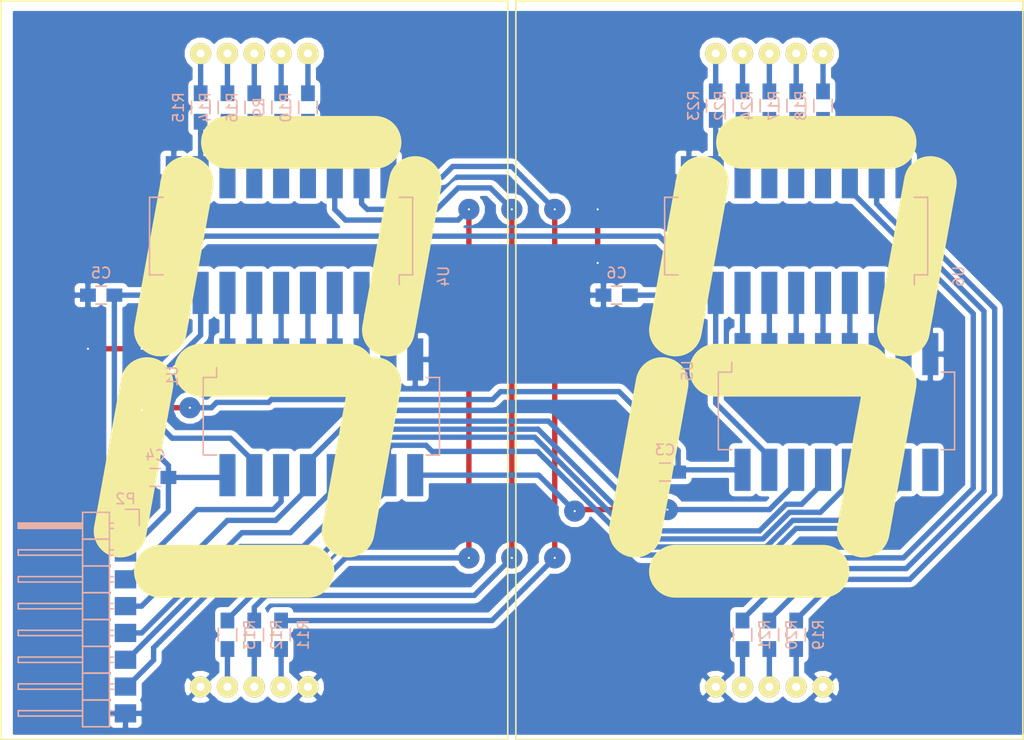
<source format=kicad_pcb>
(kicad_pcb (version 4) (host pcbnew "(2016-03-01 BZR 6606, Git 59f6a72)-product")

  (general
    (links 78)
    (no_connects 0)
    (area 0 0 0 0)
    (thickness 1.6)
    (drawings 0)
    (tracks 244)
    (zones 0)
    (modules 27)
    (nets 59)
  )

  (page A4)
  (layers
    (0 F.Cu signal)
    (31 B.Cu signal)
    (32 B.Adhes user)
    (33 F.Adhes user)
    (34 B.Paste user)
    (35 F.Paste user)
    (36 B.SilkS user hide)
    (37 F.SilkS user)
    (38 B.Mask user)
    (39 F.Mask user)
    (40 Dwgs.User user)
    (41 Cmts.User user)
    (42 Eco1.User user)
    (43 Eco2.User user)
    (44 Edge.Cuts user)
    (45 Margin user)
    (46 B.CrtYd user)
    (47 F.CrtYd user)
    (48 B.Fab user hide)
    (49 F.Fab user hide)
  )

  (setup
    (last_trace_width 0.508)
    (user_trace_width 0.254)
    (trace_clearance 0.254)
    (zone_clearance 0.508)
    (zone_45_only no)
    (trace_min 0.254)
    (segment_width 0.2)
    (edge_width 0.15)
    (via_size 2)
    (via_drill 0.2)
    (via_min_size 0.4)
    (via_min_drill 0.2)
    (uvia_size 0.3)
    (uvia_drill 0.1)
    (uvias_allowed no)
    (uvia_min_size 0.2)
    (uvia_min_drill 0.1)
    (pcb_text_width 0.3)
    (pcb_text_size 1.5 1.5)
    (mod_edge_width 0.15)
    (mod_text_size 1 1)
    (mod_text_width 0.15)
    (pad_size 2 2)
    (pad_drill 0.762)
    (pad_to_mask_clearance 0.2)
    (aux_axis_origin 0 0)
    (visible_elements FFFFFF7F)
    (pcbplotparams
      (layerselection 0x00030_80000001)
      (usegerberextensions false)
      (excludeedgelayer true)
      (linewidth 0.100000)
      (plotframeref false)
      (viasonmask false)
      (mode 1)
      (useauxorigin false)
      (hpglpennumber 1)
      (hpglpenspeed 20)
      (hpglpendiameter 15)
      (psnegative false)
      (psa4output false)
      (plotreference true)
      (plotvalue true)
      (plotinvisibletext false)
      (padsonsilk false)
      (subtractmaskfromsilk false)
      (outputformat 1)
      (mirror false)
      (drillshape 1)
      (scaleselection 1)
      (outputdirectory SVG/))
  )

  (net 0 "")
  (net 1 +5V)
  (net 2 GND)
  (net 3 +9V)
  (net 4 /CLK)
  (net 5 /DATA_IN)
  (net 6 /~CLR)
  (net 7 /LATCH)
  (net 8 /~OE)
  (net 9 "Net-(R9-Pad1)")
  (net 10 /SEG1A)
  (net 11 "Net-(R10-Pad1)")
  (net 12 /SEG1B)
  (net 13 "Net-(R11-Pad1)")
  (net 14 /SEG1C)
  (net 15 "Net-(R12-Pad1)")
  (net 16 /SEG1D)
  (net 17 "Net-(R13-Pad1)")
  (net 18 /SEG1E)
  (net 19 "Net-(R14-Pad1)")
  (net 20 /SEG1F)
  (net 21 "Net-(R15-Pad1)")
  (net 22 /SEG1G)
  (net 23 "Net-(R16-Pad1)")
  (net 24 /SEG1DP)
  (net 25 "Net-(R17-Pad1)")
  (net 26 /SEG2A)
  (net 27 "Net-(R18-Pad1)")
  (net 28 /SEG2B)
  (net 29 "Net-(R19-Pad1)")
  (net 30 /SEG2C)
  (net 31 "Net-(R20-Pad1)")
  (net 32 /SEG2D)
  (net 33 "Net-(R21-Pad1)")
  (net 34 /SEG2E)
  (net 35 "Net-(R22-Pad1)")
  (net 36 /SEG2F)
  (net 37 "Net-(R23-Pad1)")
  (net 38 /SEG2G)
  (net 39 "Net-(R24-Pad1)")
  (net 40 /SEG2DP)
  (net 41 /SIG1F)
  (net 42 /SIG1DP)
  (net 43 /SIG1A)
  (net 44 /SIG1B)
  (net 45 /SIG1E)
  (net 46 /SIG1D)
  (net 47 /SIG1C)
  (net 48 "Net-(U1-Pad9)")
  (net 49 /SIG1G)
  (net 50 /SIG2F)
  (net 51 /SIG2DP)
  (net 52 /SIG2A)
  (net 53 /SIG2B)
  (net 54 /SIG2E)
  (net 55 /SIG2D)
  (net 56 /SIG2C)
  (net 57 "Net-(U5-Pad9)")
  (net 58 /SIG2G)

  (net_class Default "This is the default net class."
    (clearance 0.254)
    (trace_width 0.508)
    (via_dia 2)
    (via_drill 0.2)
    (uvia_dia 0.3)
    (uvia_drill 0.1)
    (add_net +5V)
    (add_net +9V)
    (add_net /CLK)
    (add_net /DATA_IN)
    (add_net /LATCH)
    (add_net /SEG1A)
    (add_net /SEG1B)
    (add_net /SEG1C)
    (add_net /SEG1D)
    (add_net /SEG1DP)
    (add_net /SEG1E)
    (add_net /SEG1F)
    (add_net /SEG1G)
    (add_net /SEG2A)
    (add_net /SEG2B)
    (add_net /SEG2C)
    (add_net /SEG2D)
    (add_net /SEG2DP)
    (add_net /SEG2E)
    (add_net /SEG2F)
    (add_net /SEG2G)
    (add_net /SIG1A)
    (add_net /SIG1B)
    (add_net /SIG1C)
    (add_net /SIG1D)
    (add_net /SIG1DP)
    (add_net /SIG1E)
    (add_net /SIG1F)
    (add_net /SIG1G)
    (add_net /SIG2A)
    (add_net /SIG2B)
    (add_net /SIG2C)
    (add_net /SIG2D)
    (add_net /SIG2DP)
    (add_net /SIG2E)
    (add_net /SIG2F)
    (add_net /SIG2G)
    (add_net /~CLR)
    (add_net /~OE)
    (add_net GND)
    (add_net "Net-(R10-Pad1)")
    (add_net "Net-(R11-Pad1)")
    (add_net "Net-(R12-Pad1)")
    (add_net "Net-(R13-Pad1)")
    (add_net "Net-(R14-Pad1)")
    (add_net "Net-(R15-Pad1)")
    (add_net "Net-(R16-Pad1)")
    (add_net "Net-(R17-Pad1)")
    (add_net "Net-(R18-Pad1)")
    (add_net "Net-(R19-Pad1)")
    (add_net "Net-(R20-Pad1)")
    (add_net "Net-(R21-Pad1)")
    (add_net "Net-(R22-Pad1)")
    (add_net "Net-(R23-Pad1)")
    (add_net "Net-(R24-Pad1)")
    (add_net "Net-(R9-Pad1)")
    (add_net "Net-(U1-Pad9)")
    (add_net "Net-(U5-Pad9)")
  )

  (module dip-smt:DIP16-SMT (layer B.Cu) (tedit 577AA84F) (tstamp 577D47CD)
    (at 100.076 88.946 270)
    (descr "18-lead dip package, row spacing 7.62 mm (300 mils)")
    (tags "dil dip 2.54 300")
    (path /577D5F72)
    (fp_text reference U5 (at 0 5.22 270) (layer B.SilkS)
      (effects (font (size 1 1) (thickness 0.15)) (justify mirror))
    )
    (fp_text value 74HC595 (at 0 3.72 270) (layer B.Fab)
      (effects (font (size 1 1) (thickness 0.15)) (justify mirror))
    )
    (fp_line (start -1.05 2.45) (end -1.05 -20.26) (layer B.CrtYd) (width 0.05))
    (fp_line (start 8.65 2.45) (end 8.65 -20.26) (layer B.CrtYd) (width 0.05))
    (fp_line (start -1.05 2.45) (end 8.65 2.45) (layer B.CrtYd) (width 0.05))
    (fp_line (start -1.05 -20.26) (end 8.65 -20.26) (layer B.CrtYd) (width 0.05))
    (fp_line (start 0.135 2.295) (end 0.135 1.025) (layer B.SilkS) (width 0.15))
    (fp_line (start 7.485 2.295) (end 7.485 1.025) (layer B.SilkS) (width 0.15))
    (fp_line (start 7.485 -20.075) (end 7.485 -18.805) (layer B.SilkS) (width 0.15))
    (fp_line (start 0.135 -20.075) (end 0.135 -18.805) (layer B.SilkS) (width 0.15))
    (fp_line (start 0.135 2.295) (end 7.485 2.295) (layer B.SilkS) (width 0.15))
    (fp_line (start 0.135 -20.075) (end 7.485 -20.075) (layer B.SilkS) (width 0.15))
    (fp_line (start 0.135 1.025) (end -0.8 1.025) (layer B.SilkS) (width 0.15))
    (pad 1 smd rect (at -1.57 0 270) (size 4 1.524) (layers B.Cu B.Paste B.Mask)
      (net 50 /SIG2F))
    (pad 2 smd rect (at -1.57 -2.54 270) (size 4 1.524) (layers B.Cu B.Paste B.Mask)
      (net 51 /SIG2DP))
    (pad 3 smd rect (at -1.57 -5.08 270) (size 4 1.524) (layers B.Cu B.Paste B.Mask)
      (net 52 /SIG2A))
    (pad 4 smd rect (at -1.57 -7.62 270) (size 4 1.524) (layers B.Cu B.Paste B.Mask)
      (net 53 /SIG2B))
    (pad 5 smd rect (at -1.57 -10.16 270) (size 4 1.524) (layers B.Cu B.Paste B.Mask)
      (net 54 /SIG2E))
    (pad 6 smd rect (at -1.57 -12.7 270) (size 4 1.524) (layers B.Cu B.Paste B.Mask)
      (net 55 /SIG2D))
    (pad 7 smd rect (at -1.57 -15.24 270) (size 4 1.524) (layers B.Cu B.Paste B.Mask)
      (net 56 /SIG2C))
    (pad 8 smd rect (at -1.57 -17.78 270) (size 4 1.524) (layers B.Cu B.Paste B.Mask)
      (net 2 GND))
    (pad 9 smd rect (at 9.39 -17.78 270) (size 4 1.524) (layers B.Cu B.Paste B.Mask)
      (net 57 "Net-(U5-Pad9)"))
    (pad 10 smd rect (at 9.39 -15.24 270) (size 4 1.524) (layers B.Cu B.Paste B.Mask)
      (net 6 /~CLR))
    (pad 11 smd rect (at 9.39 -12.7 270) (size 4 1.524) (layers B.Cu B.Paste B.Mask)
      (net 4 /CLK))
    (pad 12 smd rect (at 9.39 -10.16 270) (size 4 1.524) (layers B.Cu B.Paste B.Mask)
      (net 7 /LATCH))
    (pad 13 smd rect (at 9.39 -7.62 270) (size 4 1.524) (layers B.Cu B.Paste B.Mask)
      (net 8 /~OE))
    (pad 14 smd rect (at 9.39 -5.08 270) (size 4 1.524) (layers B.Cu B.Paste B.Mask)
      (net 48 "Net-(U1-Pad9)"))
    (pad 15 smd rect (at 9.39 -2.54 270) (size 4 1.524) (layers B.Cu B.Paste B.Mask)
      (net 58 /SIG2G))
    (pad 16 smd rect (at 9.39 0 270) (size 4 1.524) (layers B.Cu B.Paste B.Mask)
      (net 1 +5V))
    (model Housings_DIP.3dshapes/DIP-18_W7.62mm.wrl
      (at (xyz 0 0 0))
      (scale (xyz 1 1 1))
      (rotate (xyz 0 0 0))
    )
  )

  (module sip-smt:SIP8-SMT (layer B.Cu) (tedit 0) (tstamp 577AC3E1)
    (at 41.656 103.632 180)
    (descr "Through hole pin header")
    (tags "pin header")
    (path /5777D3FD)
    (fp_text reference P2 (at 0 2.54 180) (layer B.SilkS)
      (effects (font (size 1 1) (thickness 0.15)) (justify mirror))
    )
    (fp_text value CONN_01X08 (at 0 3.1 180) (layer B.Fab)
      (effects (font (size 1 1) (thickness 0.15)) (justify mirror))
    )
    (fp_line (start -1.5 1.75) (end -1.5 -19.55) (layer B.CrtYd) (width 0.05))
    (fp_line (start 10.65 1.75) (end 10.65 -19.55) (layer B.CrtYd) (width 0.05))
    (fp_line (start -1.5 1.75) (end 10.65 1.75) (layer B.CrtYd) (width 0.05))
    (fp_line (start -1.5 -19.55) (end 10.65 -19.55) (layer B.CrtYd) (width 0.05))
    (fp_line (start -1.3 1.55) (end -1.3 0) (layer B.SilkS) (width 0.15))
    (fp_line (start 0 1.55) (end -1.3 1.55) (layer B.SilkS) (width 0.15))
    (fp_line (start 4.191 0.127) (end 10.033 0.127) (layer B.SilkS) (width 0.15))
    (fp_line (start 10.033 0.127) (end 10.033 -0.127) (layer B.SilkS) (width 0.15))
    (fp_line (start 10.033 -0.127) (end 4.191 -0.127) (layer B.SilkS) (width 0.15))
    (fp_line (start 4.191 -0.127) (end 4.191 0) (layer B.SilkS) (width 0.15))
    (fp_line (start 4.191 0) (end 10.033 0) (layer B.SilkS) (width 0.15))
    (fp_line (start 1.524 -17.526) (end 1.143 -17.526) (layer B.SilkS) (width 0.15))
    (fp_line (start 1.524 -18.034) (end 1.143 -18.034) (layer B.SilkS) (width 0.15))
    (fp_line (start 1.524 0.254) (end 1.143 0.254) (layer B.SilkS) (width 0.15))
    (fp_line (start 1.524 -0.254) (end 1.143 -0.254) (layer B.SilkS) (width 0.15))
    (fp_line (start 1.524 -2.286) (end 1.143 -2.286) (layer B.SilkS) (width 0.15))
    (fp_line (start 1.524 -2.794) (end 1.143 -2.794) (layer B.SilkS) (width 0.15))
    (fp_line (start 1.524 -4.826) (end 1.143 -4.826) (layer B.SilkS) (width 0.15))
    (fp_line (start 1.524 -5.334) (end 1.143 -5.334) (layer B.SilkS) (width 0.15))
    (fp_line (start 1.524 -15.494) (end 1.143 -15.494) (layer B.SilkS) (width 0.15))
    (fp_line (start 1.524 -14.986) (end 1.143 -14.986) (layer B.SilkS) (width 0.15))
    (fp_line (start 1.524 -12.954) (end 1.143 -12.954) (layer B.SilkS) (width 0.15))
    (fp_line (start 1.524 -12.446) (end 1.143 -12.446) (layer B.SilkS) (width 0.15))
    (fp_line (start 1.524 -10.414) (end 1.143 -10.414) (layer B.SilkS) (width 0.15))
    (fp_line (start 1.524 -9.906) (end 1.143 -9.906) (layer B.SilkS) (width 0.15))
    (fp_line (start 1.524 -7.874) (end 1.143 -7.874) (layer B.SilkS) (width 0.15))
    (fp_line (start 1.524 -7.366) (end 1.143 -7.366) (layer B.SilkS) (width 0.15))
    (fp_line (start 1.524 -13.97) (end 4.064 -13.97) (layer B.SilkS) (width 0.15))
    (fp_line (start 1.524 -13.97) (end 1.524 -16.51) (layer B.SilkS) (width 0.15))
    (fp_line (start 1.524 -16.51) (end 4.064 -16.51) (layer B.SilkS) (width 0.15))
    (fp_line (start 4.064 -14.986) (end 10.16 -14.986) (layer B.SilkS) (width 0.15))
    (fp_line (start 10.16 -14.986) (end 10.16 -15.494) (layer B.SilkS) (width 0.15))
    (fp_line (start 10.16 -15.494) (end 4.064 -15.494) (layer B.SilkS) (width 0.15))
    (fp_line (start 4.064 -16.51) (end 4.064 -13.97) (layer B.SilkS) (width 0.15))
    (fp_line (start 4.064 -19.05) (end 4.064 -16.51) (layer B.SilkS) (width 0.15))
    (fp_line (start 10.16 -18.034) (end 4.064 -18.034) (layer B.SilkS) (width 0.15))
    (fp_line (start 10.16 -17.526) (end 10.16 -18.034) (layer B.SilkS) (width 0.15))
    (fp_line (start 4.064 -17.526) (end 10.16 -17.526) (layer B.SilkS) (width 0.15))
    (fp_line (start 1.524 -16.51) (end 1.524 -19.05) (layer B.SilkS) (width 0.15))
    (fp_line (start 1.524 -16.51) (end 4.064 -16.51) (layer B.SilkS) (width 0.15))
    (fp_line (start 1.524 -19.05) (end 4.064 -19.05) (layer B.SilkS) (width 0.15))
    (fp_line (start 1.524 1.27) (end 4.064 1.27) (layer B.SilkS) (width 0.15))
    (fp_line (start 1.524 -1.27) (end 4.064 -1.27) (layer B.SilkS) (width 0.15))
    (fp_line (start 1.524 -1.27) (end 1.524 -3.81) (layer B.SilkS) (width 0.15))
    (fp_line (start 1.524 -3.81) (end 4.064 -3.81) (layer B.SilkS) (width 0.15))
    (fp_line (start 4.064 -2.286) (end 10.16 -2.286) (layer B.SilkS) (width 0.15))
    (fp_line (start 10.16 -2.286) (end 10.16 -2.794) (layer B.SilkS) (width 0.15))
    (fp_line (start 10.16 -2.794) (end 4.064 -2.794) (layer B.SilkS) (width 0.15))
    (fp_line (start 4.064 -3.81) (end 4.064 -1.27) (layer B.SilkS) (width 0.15))
    (fp_line (start 4.064 -1.27) (end 4.064 1.27) (layer B.SilkS) (width 0.15))
    (fp_line (start 10.16 -0.254) (end 4.064 -0.254) (layer B.SilkS) (width 0.15))
    (fp_line (start 10.16 0.254) (end 10.16 -0.254) (layer B.SilkS) (width 0.15))
    (fp_line (start 4.064 0.254) (end 10.16 0.254) (layer B.SilkS) (width 0.15))
    (fp_line (start 1.524 -1.27) (end 4.064 -1.27) (layer B.SilkS) (width 0.15))
    (fp_line (start 1.524 1.27) (end 1.524 -1.27) (layer B.SilkS) (width 0.15))
    (fp_line (start 1.524 -8.89) (end 4.064 -8.89) (layer B.SilkS) (width 0.15))
    (fp_line (start 1.524 -8.89) (end 1.524 -11.43) (layer B.SilkS) (width 0.15))
    (fp_line (start 1.524 -11.43) (end 4.064 -11.43) (layer B.SilkS) (width 0.15))
    (fp_line (start 4.064 -9.906) (end 10.16 -9.906) (layer B.SilkS) (width 0.15))
    (fp_line (start 10.16 -9.906) (end 10.16 -10.414) (layer B.SilkS) (width 0.15))
    (fp_line (start 10.16 -10.414) (end 4.064 -10.414) (layer B.SilkS) (width 0.15))
    (fp_line (start 4.064 -11.43) (end 4.064 -8.89) (layer B.SilkS) (width 0.15))
    (fp_line (start 4.064 -13.97) (end 4.064 -11.43) (layer B.SilkS) (width 0.15))
    (fp_line (start 10.16 -12.954) (end 4.064 -12.954) (layer B.SilkS) (width 0.15))
    (fp_line (start 10.16 -12.446) (end 10.16 -12.954) (layer B.SilkS) (width 0.15))
    (fp_line (start 4.064 -12.446) (end 10.16 -12.446) (layer B.SilkS) (width 0.15))
    (fp_line (start 1.524 -13.97) (end 4.064 -13.97) (layer B.SilkS) (width 0.15))
    (fp_line (start 1.524 -11.43) (end 1.524 -13.97) (layer B.SilkS) (width 0.15))
    (fp_line (start 1.524 -11.43) (end 4.064 -11.43) (layer B.SilkS) (width 0.15))
    (fp_line (start 1.524 -6.35) (end 4.064 -6.35) (layer B.SilkS) (width 0.15))
    (fp_line (start 1.524 -6.35) (end 1.524 -8.89) (layer B.SilkS) (width 0.15))
    (fp_line (start 1.524 -8.89) (end 4.064 -8.89) (layer B.SilkS) (width 0.15))
    (fp_line (start 4.064 -7.366) (end 10.16 -7.366) (layer B.SilkS) (width 0.15))
    (fp_line (start 10.16 -7.366) (end 10.16 -7.874) (layer B.SilkS) (width 0.15))
    (fp_line (start 10.16 -7.874) (end 4.064 -7.874) (layer B.SilkS) (width 0.15))
    (fp_line (start 4.064 -8.89) (end 4.064 -6.35) (layer B.SilkS) (width 0.15))
    (fp_line (start 4.064 -6.35) (end 4.064 -3.81) (layer B.SilkS) (width 0.15))
    (fp_line (start 10.16 -5.334) (end 4.064 -5.334) (layer B.SilkS) (width 0.15))
    (fp_line (start 10.16 -4.826) (end 10.16 -5.334) (layer B.SilkS) (width 0.15))
    (fp_line (start 4.064 -4.826) (end 10.16 -4.826) (layer B.SilkS) (width 0.15))
    (fp_line (start 1.524 -6.35) (end 4.064 -6.35) (layer B.SilkS) (width 0.15))
    (fp_line (start 1.524 -3.81) (end 1.524 -6.35) (layer B.SilkS) (width 0.15))
    (fp_line (start 1.524 -3.81) (end 4.064 -3.81) (layer B.SilkS) (width 0.15))
    (pad 1 smd rect (at 0 0 180) (size 2.032 1.7272) (layers B.Cu B.Paste B.Mask)
      (net 3 +9V))
    (pad 2 smd rect (at 0 -2.54 180) (size 2.032 1.7272) (layers B.Cu B.Paste B.Mask)
      (net 1 +5V))
    (pad 3 smd rect (at 0 -5.08 180) (size 2.032 1.7272) (layers B.Cu B.Paste B.Mask)
      (net 5 /DATA_IN))
    (pad 4 smd rect (at 0 -7.62 180) (size 2.032 1.7272) (layers B.Cu B.Paste B.Mask)
      (net 8 /~OE))
    (pad 5 smd rect (at 0 -10.16 180) (size 2.032 1.7272) (layers B.Cu B.Paste B.Mask)
      (net 7 /LATCH))
    (pad 6 smd rect (at 0 -12.7 180) (size 2.032 1.7272) (layers B.Cu B.Paste B.Mask)
      (net 4 /CLK))
    (pad 7 smd rect (at 0 -15.24 180) (size 2.032 1.7272) (layers B.Cu B.Paste B.Mask)
      (net 6 /~CLR))
    (pad 8 smd rect (at 0 -17.78 180) (size 2.032 1.7272) (layers B.Cu B.Paste B.Mask)
      (net 2 GND))
    (model Pin_Headers.3dshapes/Pin_Header_Angled_1x08.wrl
      (at (xyz 0 -0.35 0))
      (scale (xyz 1 1 1))
      (rotate (xyz 0 0 90))
    )
  )

  (module Capacitors_SMD:C_0805_HandSoldering (layer B.Cu) (tedit 541A9B8D) (tstamp 577D4731)
    (at 92.73 98.552 180)
    (descr "Capacitor SMD 0805, hand soldering")
    (tags "capacitor 0805")
    (path /577D72CA)
    (attr smd)
    (fp_text reference C3 (at 0 2.1 180) (layer B.SilkS)
      (effects (font (size 1 1) (thickness 0.15)) (justify mirror))
    )
    (fp_text value C (at 0 -2.1 180) (layer B.Fab)
      (effects (font (size 1 1) (thickness 0.15)) (justify mirror))
    )
    (fp_line (start -2.3 1) (end 2.3 1) (layer B.CrtYd) (width 0.05))
    (fp_line (start -2.3 -1) (end 2.3 -1) (layer B.CrtYd) (width 0.05))
    (fp_line (start -2.3 1) (end -2.3 -1) (layer B.CrtYd) (width 0.05))
    (fp_line (start 2.3 1) (end 2.3 -1) (layer B.CrtYd) (width 0.05))
    (fp_line (start 0.5 0.85) (end -0.5 0.85) (layer B.SilkS) (width 0.15))
    (fp_line (start -0.5 -0.85) (end 0.5 -0.85) (layer B.SilkS) (width 0.15))
    (pad 1 smd rect (at -1.25 0 180) (size 1.5 1.25) (layers B.Cu B.Paste B.Mask)
      (net 1 +5V))
    (pad 2 smd rect (at 1.25 0 180) (size 1.5 1.25) (layers B.Cu B.Paste B.Mask)
      (net 2 GND))
    (model Capacitors_SMD.3dshapes/C_0805_HandSoldering.wrl
      (at (xyz 0 0 0))
      (scale (xyz 1 1 1))
      (rotate (xyz 0 0 0))
    )
  )

  (module Capacitors_SMD:C_0805_HandSoldering (layer B.Cu) (tedit 541A9B8D) (tstamp 577D4737)
    (at 44.47 99.06 180)
    (descr "Capacitor SMD 0805, hand soldering")
    (tags "capacitor 0805")
    (path /577D734F)
    (attr smd)
    (fp_text reference C4 (at 0 2.1 180) (layer B.SilkS)
      (effects (font (size 1 1) (thickness 0.15)) (justify mirror))
    )
    (fp_text value C (at 0 -2.1 180) (layer B.Fab)
      (effects (font (size 1 1) (thickness 0.15)) (justify mirror))
    )
    (fp_line (start -2.3 1) (end 2.3 1) (layer B.CrtYd) (width 0.05))
    (fp_line (start -2.3 -1) (end 2.3 -1) (layer B.CrtYd) (width 0.05))
    (fp_line (start -2.3 1) (end -2.3 -1) (layer B.CrtYd) (width 0.05))
    (fp_line (start 2.3 1) (end 2.3 -1) (layer B.CrtYd) (width 0.05))
    (fp_line (start 0.5 0.85) (end -0.5 0.85) (layer B.SilkS) (width 0.15))
    (fp_line (start -0.5 -0.85) (end 0.5 -0.85) (layer B.SilkS) (width 0.15))
    (pad 1 smd rect (at -1.25 0 180) (size 1.5 1.25) (layers B.Cu B.Paste B.Mask)
      (net 1 +5V))
    (pad 2 smd rect (at 1.25 0 180) (size 1.5 1.25) (layers B.Cu B.Paste B.Mask)
      (net 2 GND))
    (model Capacitors_SMD.3dshapes/C_0805_HandSoldering.wrl
      (at (xyz 0 0 0))
      (scale (xyz 1 1 1))
      (rotate (xyz 0 0 0))
    )
  )

  (module Capacitors_SMD:C_0805_HandSoldering (layer B.Cu) (tedit 541A9B8D) (tstamp 577D473D)
    (at 39.35 81.788 180)
    (descr "Capacitor SMD 0805, hand soldering")
    (tags "capacitor 0805")
    (path /577D91D4)
    (attr smd)
    (fp_text reference C5 (at 0 2.1 180) (layer B.SilkS)
      (effects (font (size 1 1) (thickness 0.15)) (justify mirror))
    )
    (fp_text value C (at 0 -2.1 180) (layer B.Fab)
      (effects (font (size 1 1) (thickness 0.15)) (justify mirror))
    )
    (fp_line (start -2.3 1) (end 2.3 1) (layer B.CrtYd) (width 0.05))
    (fp_line (start -2.3 -1) (end 2.3 -1) (layer B.CrtYd) (width 0.05))
    (fp_line (start -2.3 1) (end -2.3 -1) (layer B.CrtYd) (width 0.05))
    (fp_line (start 2.3 1) (end 2.3 -1) (layer B.CrtYd) (width 0.05))
    (fp_line (start 0.5 0.85) (end -0.5 0.85) (layer B.SilkS) (width 0.15))
    (fp_line (start -0.5 -0.85) (end 0.5 -0.85) (layer B.SilkS) (width 0.15))
    (pad 1 smd rect (at -1.25 0 180) (size 1.5 1.25) (layers B.Cu B.Paste B.Mask)
      (net 3 +9V))
    (pad 2 smd rect (at 1.25 0 180) (size 1.5 1.25) (layers B.Cu B.Paste B.Mask)
      (net 2 GND))
    (model Capacitors_SMD.3dshapes/C_0805_HandSoldering.wrl
      (at (xyz 0 0 0))
      (scale (xyz 1 1 1))
      (rotate (xyz 0 0 0))
    )
  )

  (module Capacitors_SMD:C_0805_HandSoldering (layer B.Cu) (tedit 541A9B8D) (tstamp 577D4743)
    (at 88.158 81.788 180)
    (descr "Capacitor SMD 0805, hand soldering")
    (tags "capacitor 0805")
    (path /577D90C6)
    (attr smd)
    (fp_text reference C6 (at 0 2.1 180) (layer B.SilkS)
      (effects (font (size 1 1) (thickness 0.15)) (justify mirror))
    )
    (fp_text value C (at 0 -2.1 180) (layer B.Fab)
      (effects (font (size 1 1) (thickness 0.15)) (justify mirror))
    )
    (fp_line (start -2.3 1) (end 2.3 1) (layer B.CrtYd) (width 0.05))
    (fp_line (start -2.3 -1) (end 2.3 -1) (layer B.CrtYd) (width 0.05))
    (fp_line (start -2.3 1) (end -2.3 -1) (layer B.CrtYd) (width 0.05))
    (fp_line (start 2.3 1) (end 2.3 -1) (layer B.CrtYd) (width 0.05))
    (fp_line (start 0.5 0.85) (end -0.5 0.85) (layer B.SilkS) (width 0.15))
    (fp_line (start -0.5 -0.85) (end 0.5 -0.85) (layer B.SilkS) (width 0.15))
    (pad 1 smd rect (at -1.25 0 180) (size 1.5 1.25) (layers B.Cu B.Paste B.Mask)
      (net 3 +9V))
    (pad 2 smd rect (at 1.25 0 180) (size 1.5 1.25) (layers B.Cu B.Paste B.Mask)
      (net 2 GND))
    (model Capacitors_SMD.3dshapes/C_0805_HandSoldering.wrl
      (at (xyz 0 0 0))
      (scale (xyz 1 1 1))
      (rotate (xyz 0 0 0))
    )
  )

  (module Resistors_SMD:R_0805_HandSoldering (layer B.Cu) (tedit 54189DEE) (tstamp 577D4749)
    (at 56.388 64.008 270)
    (descr "Resistor SMD 0805, hand soldering")
    (tags "resistor 0805")
    (path /577D537D)
    (attr smd)
    (fp_text reference R9 (at 0 2.1 270) (layer B.SilkS)
      (effects (font (size 1 1) (thickness 0.15)) (justify mirror))
    )
    (fp_text value R (at 0 -2.1 270) (layer B.Fab)
      (effects (font (size 1 1) (thickness 0.15)) (justify mirror))
    )
    (fp_line (start -2.4 1) (end 2.4 1) (layer B.CrtYd) (width 0.05))
    (fp_line (start -2.4 -1) (end 2.4 -1) (layer B.CrtYd) (width 0.05))
    (fp_line (start -2.4 1) (end -2.4 -1) (layer B.CrtYd) (width 0.05))
    (fp_line (start 2.4 1) (end 2.4 -1) (layer B.CrtYd) (width 0.05))
    (fp_line (start 0.6 -0.875) (end -0.6 -0.875) (layer B.SilkS) (width 0.15))
    (fp_line (start -0.6 0.875) (end 0.6 0.875) (layer B.SilkS) (width 0.15))
    (pad 1 smd rect (at -1.35 0 270) (size 1.5 1.3) (layers B.Cu B.Paste B.Mask)
      (net 9 "Net-(R9-Pad1)"))
    (pad 2 smd rect (at 1.35 0 270) (size 1.5 1.3) (layers B.Cu B.Paste B.Mask)
      (net 10 /SEG1A))
    (model Resistors_SMD.3dshapes/R_0805_HandSoldering.wrl
      (at (xyz 0 0 0))
      (scale (xyz 1 1 1))
      (rotate (xyz 0 0 0))
    )
  )

  (module Resistors_SMD:R_0805_HandSoldering (layer B.Cu) (tedit 54189DEE) (tstamp 577D474F)
    (at 58.928 64.008 270)
    (descr "Resistor SMD 0805, hand soldering")
    (tags "resistor 0805")
    (path /577D5383)
    (attr smd)
    (fp_text reference R10 (at 0 2.1 270) (layer B.SilkS)
      (effects (font (size 1 1) (thickness 0.15)) (justify mirror))
    )
    (fp_text value R (at 0 -2.1 270) (layer B.Fab)
      (effects (font (size 1 1) (thickness 0.15)) (justify mirror))
    )
    (fp_line (start -2.4 1) (end 2.4 1) (layer B.CrtYd) (width 0.05))
    (fp_line (start -2.4 -1) (end 2.4 -1) (layer B.CrtYd) (width 0.05))
    (fp_line (start -2.4 1) (end -2.4 -1) (layer B.CrtYd) (width 0.05))
    (fp_line (start 2.4 1) (end 2.4 -1) (layer B.CrtYd) (width 0.05))
    (fp_line (start 0.6 -0.875) (end -0.6 -0.875) (layer B.SilkS) (width 0.15))
    (fp_line (start -0.6 0.875) (end 0.6 0.875) (layer B.SilkS) (width 0.15))
    (pad 1 smd rect (at -1.35 0 270) (size 1.5 1.3) (layers B.Cu B.Paste B.Mask)
      (net 11 "Net-(R10-Pad1)"))
    (pad 2 smd rect (at 1.35 0 270) (size 1.5 1.3) (layers B.Cu B.Paste B.Mask)
      (net 12 /SEG1B))
    (model Resistors_SMD.3dshapes/R_0805_HandSoldering.wrl
      (at (xyz 0 0 0))
      (scale (xyz 1 1 1))
      (rotate (xyz 0 0 0))
    )
  )

  (module Resistors_SMD:R_0805_HandSoldering (layer B.Cu) (tedit 54189DEE) (tstamp 577D4755)
    (at 56.388 113.966 90)
    (descr "Resistor SMD 0805, hand soldering")
    (tags "resistor 0805")
    (path /577D5389)
    (attr smd)
    (fp_text reference R11 (at 0 2.1 90) (layer B.SilkS)
      (effects (font (size 1 1) (thickness 0.15)) (justify mirror))
    )
    (fp_text value R (at 0 -2.1 90) (layer B.Fab)
      (effects (font (size 1 1) (thickness 0.15)) (justify mirror))
    )
    (fp_line (start -2.4 1) (end 2.4 1) (layer B.CrtYd) (width 0.05))
    (fp_line (start -2.4 -1) (end 2.4 -1) (layer B.CrtYd) (width 0.05))
    (fp_line (start -2.4 1) (end -2.4 -1) (layer B.CrtYd) (width 0.05))
    (fp_line (start 2.4 1) (end 2.4 -1) (layer B.CrtYd) (width 0.05))
    (fp_line (start 0.6 -0.875) (end -0.6 -0.875) (layer B.SilkS) (width 0.15))
    (fp_line (start -0.6 0.875) (end 0.6 0.875) (layer B.SilkS) (width 0.15))
    (pad 1 smd rect (at -1.35 0 90) (size 1.5 1.3) (layers B.Cu B.Paste B.Mask)
      (net 13 "Net-(R11-Pad1)"))
    (pad 2 smd rect (at 1.35 0 90) (size 1.5 1.3) (layers B.Cu B.Paste B.Mask)
      (net 14 /SEG1C))
    (model Resistors_SMD.3dshapes/R_0805_HandSoldering.wrl
      (at (xyz 0 0 0))
      (scale (xyz 1 1 1))
      (rotate (xyz 0 0 0))
    )
  )

  (module Resistors_SMD:R_0805_HandSoldering (layer B.Cu) (tedit 54189DEE) (tstamp 577D475B)
    (at 53.848 113.966 90)
    (descr "Resistor SMD 0805, hand soldering")
    (tags "resistor 0805")
    (path /577D538F)
    (attr smd)
    (fp_text reference R12 (at 0 2.1 90) (layer B.SilkS)
      (effects (font (size 1 1) (thickness 0.15)) (justify mirror))
    )
    (fp_text value R (at 0 -2.1 90) (layer B.Fab)
      (effects (font (size 1 1) (thickness 0.15)) (justify mirror))
    )
    (fp_line (start -2.4 1) (end 2.4 1) (layer B.CrtYd) (width 0.05))
    (fp_line (start -2.4 -1) (end 2.4 -1) (layer B.CrtYd) (width 0.05))
    (fp_line (start -2.4 1) (end -2.4 -1) (layer B.CrtYd) (width 0.05))
    (fp_line (start 2.4 1) (end 2.4 -1) (layer B.CrtYd) (width 0.05))
    (fp_line (start 0.6 -0.875) (end -0.6 -0.875) (layer B.SilkS) (width 0.15))
    (fp_line (start -0.6 0.875) (end 0.6 0.875) (layer B.SilkS) (width 0.15))
    (pad 1 smd rect (at -1.35 0 90) (size 1.5 1.3) (layers B.Cu B.Paste B.Mask)
      (net 15 "Net-(R12-Pad1)"))
    (pad 2 smd rect (at 1.35 0 90) (size 1.5 1.3) (layers B.Cu B.Paste B.Mask)
      (net 16 /SEG1D))
    (model Resistors_SMD.3dshapes/R_0805_HandSoldering.wrl
      (at (xyz 0 0 0))
      (scale (xyz 1 1 1))
      (rotate (xyz 0 0 0))
    )
  )

  (module Resistors_SMD:R_0805_HandSoldering (layer B.Cu) (tedit 54189DEE) (tstamp 577D4761)
    (at 51.308 113.966 90)
    (descr "Resistor SMD 0805, hand soldering")
    (tags "resistor 0805")
    (path /577D5395)
    (attr smd)
    (fp_text reference R13 (at 0 2.1 90) (layer B.SilkS)
      (effects (font (size 1 1) (thickness 0.15)) (justify mirror))
    )
    (fp_text value R (at 0 -2.1 90) (layer B.Fab)
      (effects (font (size 1 1) (thickness 0.15)) (justify mirror))
    )
    (fp_line (start -2.4 1) (end 2.4 1) (layer B.CrtYd) (width 0.05))
    (fp_line (start -2.4 -1) (end 2.4 -1) (layer B.CrtYd) (width 0.05))
    (fp_line (start -2.4 1) (end -2.4 -1) (layer B.CrtYd) (width 0.05))
    (fp_line (start 2.4 1) (end 2.4 -1) (layer B.CrtYd) (width 0.05))
    (fp_line (start 0.6 -0.875) (end -0.6 -0.875) (layer B.SilkS) (width 0.15))
    (fp_line (start -0.6 0.875) (end 0.6 0.875) (layer B.SilkS) (width 0.15))
    (pad 1 smd rect (at -1.35 0 90) (size 1.5 1.3) (layers B.Cu B.Paste B.Mask)
      (net 17 "Net-(R13-Pad1)"))
    (pad 2 smd rect (at 1.35 0 90) (size 1.5 1.3) (layers B.Cu B.Paste B.Mask)
      (net 18 /SEG1E))
    (model Resistors_SMD.3dshapes/R_0805_HandSoldering.wrl
      (at (xyz 0 0 0))
      (scale (xyz 1 1 1))
      (rotate (xyz 0 0 0))
    )
  )

  (module Resistors_SMD:R_0805_HandSoldering (layer B.Cu) (tedit 54189DEE) (tstamp 577D4767)
    (at 51.308 64.008 270)
    (descr "Resistor SMD 0805, hand soldering")
    (tags "resistor 0805")
    (path /577D539B)
    (attr smd)
    (fp_text reference R14 (at 0 2.1 270) (layer B.SilkS)
      (effects (font (size 1 1) (thickness 0.15)) (justify mirror))
    )
    (fp_text value R (at 0 -2.1 270) (layer B.Fab)
      (effects (font (size 1 1) (thickness 0.15)) (justify mirror))
    )
    (fp_line (start -2.4 1) (end 2.4 1) (layer B.CrtYd) (width 0.05))
    (fp_line (start -2.4 -1) (end 2.4 -1) (layer B.CrtYd) (width 0.05))
    (fp_line (start -2.4 1) (end -2.4 -1) (layer B.CrtYd) (width 0.05))
    (fp_line (start 2.4 1) (end 2.4 -1) (layer B.CrtYd) (width 0.05))
    (fp_line (start 0.6 -0.875) (end -0.6 -0.875) (layer B.SilkS) (width 0.15))
    (fp_line (start -0.6 0.875) (end 0.6 0.875) (layer B.SilkS) (width 0.15))
    (pad 1 smd rect (at -1.35 0 270) (size 1.5 1.3) (layers B.Cu B.Paste B.Mask)
      (net 19 "Net-(R14-Pad1)"))
    (pad 2 smd rect (at 1.35 0 270) (size 1.5 1.3) (layers B.Cu B.Paste B.Mask)
      (net 20 /SEG1F))
    (model Resistors_SMD.3dshapes/R_0805_HandSoldering.wrl
      (at (xyz 0 0 0))
      (scale (xyz 1 1 1))
      (rotate (xyz 0 0 0))
    )
  )

  (module Resistors_SMD:R_0805_HandSoldering (layer B.Cu) (tedit 54189DEE) (tstamp 577D476D)
    (at 48.768 64.008 270)
    (descr "Resistor SMD 0805, hand soldering")
    (tags "resistor 0805")
    (path /577D53A1)
    (attr smd)
    (fp_text reference R15 (at 0 2.1 270) (layer B.SilkS)
      (effects (font (size 1 1) (thickness 0.15)) (justify mirror))
    )
    (fp_text value R (at 0 -2.1 270) (layer B.Fab)
      (effects (font (size 1 1) (thickness 0.15)) (justify mirror))
    )
    (fp_line (start -2.4 1) (end 2.4 1) (layer B.CrtYd) (width 0.05))
    (fp_line (start -2.4 -1) (end 2.4 -1) (layer B.CrtYd) (width 0.05))
    (fp_line (start -2.4 1) (end -2.4 -1) (layer B.CrtYd) (width 0.05))
    (fp_line (start 2.4 1) (end 2.4 -1) (layer B.CrtYd) (width 0.05))
    (fp_line (start 0.6 -0.875) (end -0.6 -0.875) (layer B.SilkS) (width 0.15))
    (fp_line (start -0.6 0.875) (end 0.6 0.875) (layer B.SilkS) (width 0.15))
    (pad 1 smd rect (at -1.35 0 270) (size 1.5 1.3) (layers B.Cu B.Paste B.Mask)
      (net 21 "Net-(R15-Pad1)"))
    (pad 2 smd rect (at 1.35 0 270) (size 1.5 1.3) (layers B.Cu B.Paste B.Mask)
      (net 22 /SEG1G))
    (model Resistors_SMD.3dshapes/R_0805_HandSoldering.wrl
      (at (xyz 0 0 0))
      (scale (xyz 1 1 1))
      (rotate (xyz 0 0 0))
    )
  )

  (module Resistors_SMD:R_0805_HandSoldering (layer B.Cu) (tedit 54189DEE) (tstamp 577D4773)
    (at 53.848 64.008 270)
    (descr "Resistor SMD 0805, hand soldering")
    (tags "resistor 0805")
    (path /577D53A7)
    (attr smd)
    (fp_text reference R16 (at 0 2.1 270) (layer B.SilkS)
      (effects (font (size 1 1) (thickness 0.15)) (justify mirror))
    )
    (fp_text value R (at 0 -2.1 270) (layer B.Fab)
      (effects (font (size 1 1) (thickness 0.15)) (justify mirror))
    )
    (fp_line (start -2.4 1) (end 2.4 1) (layer B.CrtYd) (width 0.05))
    (fp_line (start -2.4 -1) (end 2.4 -1) (layer B.CrtYd) (width 0.05))
    (fp_line (start -2.4 1) (end -2.4 -1) (layer B.CrtYd) (width 0.05))
    (fp_line (start 2.4 1) (end 2.4 -1) (layer B.CrtYd) (width 0.05))
    (fp_line (start 0.6 -0.875) (end -0.6 -0.875) (layer B.SilkS) (width 0.15))
    (fp_line (start -0.6 0.875) (end 0.6 0.875) (layer B.SilkS) (width 0.15))
    (pad 1 smd rect (at -1.35 0 270) (size 1.5 1.3) (layers B.Cu B.Paste B.Mask)
      (net 23 "Net-(R16-Pad1)"))
    (pad 2 smd rect (at 1.35 0 270) (size 1.5 1.3) (layers B.Cu B.Paste B.Mask)
      (net 24 /SEG1DP))
    (model Resistors_SMD.3dshapes/R_0805_HandSoldering.wrl
      (at (xyz 0 0 0))
      (scale (xyz 1 1 1))
      (rotate (xyz 0 0 0))
    )
  )

  (module Resistors_SMD:R_0805_HandSoldering (layer B.Cu) (tedit 54189DEE) (tstamp 577D4779)
    (at 105.156 63.834 270)
    (descr "Resistor SMD 0805, hand soldering")
    (tags "resistor 0805")
    (path /577D5081)
    (attr smd)
    (fp_text reference R17 (at 0 2.1 270) (layer B.SilkS)
      (effects (font (size 1 1) (thickness 0.15)) (justify mirror))
    )
    (fp_text value R (at 0 -2.1 270) (layer B.Fab)
      (effects (font (size 1 1) (thickness 0.15)) (justify mirror))
    )
    (fp_line (start -2.4 1) (end 2.4 1) (layer B.CrtYd) (width 0.05))
    (fp_line (start -2.4 -1) (end 2.4 -1) (layer B.CrtYd) (width 0.05))
    (fp_line (start -2.4 1) (end -2.4 -1) (layer B.CrtYd) (width 0.05))
    (fp_line (start 2.4 1) (end 2.4 -1) (layer B.CrtYd) (width 0.05))
    (fp_line (start 0.6 -0.875) (end -0.6 -0.875) (layer B.SilkS) (width 0.15))
    (fp_line (start -0.6 0.875) (end 0.6 0.875) (layer B.SilkS) (width 0.15))
    (pad 1 smd rect (at -1.35 0 270) (size 1.5 1.3) (layers B.Cu B.Paste B.Mask)
      (net 25 "Net-(R17-Pad1)"))
    (pad 2 smd rect (at 1.35 0 270) (size 1.5 1.3) (layers B.Cu B.Paste B.Mask)
      (net 26 /SEG2A))
    (model Resistors_SMD.3dshapes/R_0805_HandSoldering.wrl
      (at (xyz 0 0 0))
      (scale (xyz 1 1 1))
      (rotate (xyz 0 0 0))
    )
  )

  (module Resistors_SMD:R_0805_HandSoldering (layer B.Cu) (tedit 54189DEE) (tstamp 577D477F)
    (at 107.696 63.834 270)
    (descr "Resistor SMD 0805, hand soldering")
    (tags "resistor 0805")
    (path /577D5087)
    (attr smd)
    (fp_text reference R18 (at 0 2.1 270) (layer B.SilkS)
      (effects (font (size 1 1) (thickness 0.15)) (justify mirror))
    )
    (fp_text value R (at 0 -2.1 270) (layer B.Fab)
      (effects (font (size 1 1) (thickness 0.15)) (justify mirror))
    )
    (fp_line (start -2.4 1) (end 2.4 1) (layer B.CrtYd) (width 0.05))
    (fp_line (start -2.4 -1) (end 2.4 -1) (layer B.CrtYd) (width 0.05))
    (fp_line (start -2.4 1) (end -2.4 -1) (layer B.CrtYd) (width 0.05))
    (fp_line (start 2.4 1) (end 2.4 -1) (layer B.CrtYd) (width 0.05))
    (fp_line (start 0.6 -0.875) (end -0.6 -0.875) (layer B.SilkS) (width 0.15))
    (fp_line (start -0.6 0.875) (end 0.6 0.875) (layer B.SilkS) (width 0.15))
    (pad 1 smd rect (at -1.35 0 270) (size 1.5 1.3) (layers B.Cu B.Paste B.Mask)
      (net 27 "Net-(R18-Pad1)"))
    (pad 2 smd rect (at 1.35 0 270) (size 1.5 1.3) (layers B.Cu B.Paste B.Mask)
      (net 28 /SEG2B))
    (model Resistors_SMD.3dshapes/R_0805_HandSoldering.wrl
      (at (xyz 0 0 0))
      (scale (xyz 1 1 1))
      (rotate (xyz 0 0 0))
    )
  )

  (module Resistors_SMD:R_0805_HandSoldering (layer B.Cu) (tedit 54189DEE) (tstamp 577D4785)
    (at 105.156 113.966 90)
    (descr "Resistor SMD 0805, hand soldering")
    (tags "resistor 0805")
    (path /577D508D)
    (attr smd)
    (fp_text reference R19 (at 0 2.1 90) (layer B.SilkS)
      (effects (font (size 1 1) (thickness 0.15)) (justify mirror))
    )
    (fp_text value R (at 0 -2.1 90) (layer B.Fab)
      (effects (font (size 1 1) (thickness 0.15)) (justify mirror))
    )
    (fp_line (start -2.4 1) (end 2.4 1) (layer B.CrtYd) (width 0.05))
    (fp_line (start -2.4 -1) (end 2.4 -1) (layer B.CrtYd) (width 0.05))
    (fp_line (start -2.4 1) (end -2.4 -1) (layer B.CrtYd) (width 0.05))
    (fp_line (start 2.4 1) (end 2.4 -1) (layer B.CrtYd) (width 0.05))
    (fp_line (start 0.6 -0.875) (end -0.6 -0.875) (layer B.SilkS) (width 0.15))
    (fp_line (start -0.6 0.875) (end 0.6 0.875) (layer B.SilkS) (width 0.15))
    (pad 1 smd rect (at -1.35 0 90) (size 1.5 1.3) (layers B.Cu B.Paste B.Mask)
      (net 29 "Net-(R19-Pad1)"))
    (pad 2 smd rect (at 1.35 0 90) (size 1.5 1.3) (layers B.Cu B.Paste B.Mask)
      (net 30 /SEG2C))
    (model Resistors_SMD.3dshapes/R_0805_HandSoldering.wrl
      (at (xyz 0 0 0))
      (scale (xyz 1 1 1))
      (rotate (xyz 0 0 0))
    )
  )

  (module Resistors_SMD:R_0805_HandSoldering (layer B.Cu) (tedit 54189DEE) (tstamp 577D478B)
    (at 102.616 113.966 90)
    (descr "Resistor SMD 0805, hand soldering")
    (tags "resistor 0805")
    (path /577D5093)
    (attr smd)
    (fp_text reference R20 (at 0 2.1 90) (layer B.SilkS)
      (effects (font (size 1 1) (thickness 0.15)) (justify mirror))
    )
    (fp_text value R (at 0 -2.1 90) (layer B.Fab)
      (effects (font (size 1 1) (thickness 0.15)) (justify mirror))
    )
    (fp_line (start -2.4 1) (end 2.4 1) (layer B.CrtYd) (width 0.05))
    (fp_line (start -2.4 -1) (end 2.4 -1) (layer B.CrtYd) (width 0.05))
    (fp_line (start -2.4 1) (end -2.4 -1) (layer B.CrtYd) (width 0.05))
    (fp_line (start 2.4 1) (end 2.4 -1) (layer B.CrtYd) (width 0.05))
    (fp_line (start 0.6 -0.875) (end -0.6 -0.875) (layer B.SilkS) (width 0.15))
    (fp_line (start -0.6 0.875) (end 0.6 0.875) (layer B.SilkS) (width 0.15))
    (pad 1 smd rect (at -1.35 0 90) (size 1.5 1.3) (layers B.Cu B.Paste B.Mask)
      (net 31 "Net-(R20-Pad1)"))
    (pad 2 smd rect (at 1.35 0 90) (size 1.5 1.3) (layers B.Cu B.Paste B.Mask)
      (net 32 /SEG2D))
    (model Resistors_SMD.3dshapes/R_0805_HandSoldering.wrl
      (at (xyz 0 0 0))
      (scale (xyz 1 1 1))
      (rotate (xyz 0 0 0))
    )
  )

  (module Resistors_SMD:R_0805_HandSoldering (layer B.Cu) (tedit 54189DEE) (tstamp 577D4791)
    (at 100.076 113.966 90)
    (descr "Resistor SMD 0805, hand soldering")
    (tags "resistor 0805")
    (path /577D5099)
    (attr smd)
    (fp_text reference R21 (at 0 2.1 90) (layer B.SilkS)
      (effects (font (size 1 1) (thickness 0.15)) (justify mirror))
    )
    (fp_text value R (at 0 -2.1 90) (layer B.Fab)
      (effects (font (size 1 1) (thickness 0.15)) (justify mirror))
    )
    (fp_line (start -2.4 1) (end 2.4 1) (layer B.CrtYd) (width 0.05))
    (fp_line (start -2.4 -1) (end 2.4 -1) (layer B.CrtYd) (width 0.05))
    (fp_line (start -2.4 1) (end -2.4 -1) (layer B.CrtYd) (width 0.05))
    (fp_line (start 2.4 1) (end 2.4 -1) (layer B.CrtYd) (width 0.05))
    (fp_line (start 0.6 -0.875) (end -0.6 -0.875) (layer B.SilkS) (width 0.15))
    (fp_line (start -0.6 0.875) (end 0.6 0.875) (layer B.SilkS) (width 0.15))
    (pad 1 smd rect (at -1.35 0 90) (size 1.5 1.3) (layers B.Cu B.Paste B.Mask)
      (net 33 "Net-(R21-Pad1)"))
    (pad 2 smd rect (at 1.35 0 90) (size 1.5 1.3) (layers B.Cu B.Paste B.Mask)
      (net 34 /SEG2E))
    (model Resistors_SMD.3dshapes/R_0805_HandSoldering.wrl
      (at (xyz 0 0 0))
      (scale (xyz 1 1 1))
      (rotate (xyz 0 0 0))
    )
  )

  (module Resistors_SMD:R_0805_HandSoldering (layer B.Cu) (tedit 54189DEE) (tstamp 577D4797)
    (at 100.076 63.834 270)
    (descr "Resistor SMD 0805, hand soldering")
    (tags "resistor 0805")
    (path /577D509F)
    (attr smd)
    (fp_text reference R22 (at 0 2.1 270) (layer B.SilkS)
      (effects (font (size 1 1) (thickness 0.15)) (justify mirror))
    )
    (fp_text value R (at 0 -2.1 270) (layer B.Fab)
      (effects (font (size 1 1) (thickness 0.15)) (justify mirror))
    )
    (fp_line (start -2.4 1) (end 2.4 1) (layer B.CrtYd) (width 0.05))
    (fp_line (start -2.4 -1) (end 2.4 -1) (layer B.CrtYd) (width 0.05))
    (fp_line (start -2.4 1) (end -2.4 -1) (layer B.CrtYd) (width 0.05))
    (fp_line (start 2.4 1) (end 2.4 -1) (layer B.CrtYd) (width 0.05))
    (fp_line (start 0.6 -0.875) (end -0.6 -0.875) (layer B.SilkS) (width 0.15))
    (fp_line (start -0.6 0.875) (end 0.6 0.875) (layer B.SilkS) (width 0.15))
    (pad 1 smd rect (at -1.35 0 270) (size 1.5 1.3) (layers B.Cu B.Paste B.Mask)
      (net 35 "Net-(R22-Pad1)"))
    (pad 2 smd rect (at 1.35 0 270) (size 1.5 1.3) (layers B.Cu B.Paste B.Mask)
      (net 36 /SEG2F))
    (model Resistors_SMD.3dshapes/R_0805_HandSoldering.wrl
      (at (xyz 0 0 0))
      (scale (xyz 1 1 1))
      (rotate (xyz 0 0 0))
    )
  )

  (module Resistors_SMD:R_0805_HandSoldering (layer B.Cu) (tedit 54189DEE) (tstamp 577D479D)
    (at 97.536 63.834 270)
    (descr "Resistor SMD 0805, hand soldering")
    (tags "resistor 0805")
    (path /577D50A5)
    (attr smd)
    (fp_text reference R23 (at 0 2.1 270) (layer B.SilkS)
      (effects (font (size 1 1) (thickness 0.15)) (justify mirror))
    )
    (fp_text value R (at 0 -2.1 270) (layer B.Fab)
      (effects (font (size 1 1) (thickness 0.15)) (justify mirror))
    )
    (fp_line (start -2.4 1) (end 2.4 1) (layer B.CrtYd) (width 0.05))
    (fp_line (start -2.4 -1) (end 2.4 -1) (layer B.CrtYd) (width 0.05))
    (fp_line (start -2.4 1) (end -2.4 -1) (layer B.CrtYd) (width 0.05))
    (fp_line (start 2.4 1) (end 2.4 -1) (layer B.CrtYd) (width 0.05))
    (fp_line (start 0.6 -0.875) (end -0.6 -0.875) (layer B.SilkS) (width 0.15))
    (fp_line (start -0.6 0.875) (end 0.6 0.875) (layer B.SilkS) (width 0.15))
    (pad 1 smd rect (at -1.35 0 270) (size 1.5 1.3) (layers B.Cu B.Paste B.Mask)
      (net 37 "Net-(R23-Pad1)"))
    (pad 2 smd rect (at 1.35 0 270) (size 1.5 1.3) (layers B.Cu B.Paste B.Mask)
      (net 38 /SEG2G))
    (model Resistors_SMD.3dshapes/R_0805_HandSoldering.wrl
      (at (xyz 0 0 0))
      (scale (xyz 1 1 1))
      (rotate (xyz 0 0 0))
    )
  )

  (module Resistors_SMD:R_0805_HandSoldering (layer B.Cu) (tedit 54189DEE) (tstamp 577D47A3)
    (at 102.616 63.834 270)
    (descr "Resistor SMD 0805, hand soldering")
    (tags "resistor 0805")
    (path /577D50AB)
    (attr smd)
    (fp_text reference R24 (at 0 2.1 270) (layer B.SilkS)
      (effects (font (size 1 1) (thickness 0.15)) (justify mirror))
    )
    (fp_text value R (at 0 -2.1 270) (layer B.Fab)
      (effects (font (size 1 1) (thickness 0.15)) (justify mirror))
    )
    (fp_line (start -2.4 1) (end 2.4 1) (layer B.CrtYd) (width 0.05))
    (fp_line (start -2.4 -1) (end 2.4 -1) (layer B.CrtYd) (width 0.05))
    (fp_line (start -2.4 1) (end -2.4 -1) (layer B.CrtYd) (width 0.05))
    (fp_line (start 2.4 1) (end 2.4 -1) (layer B.CrtYd) (width 0.05))
    (fp_line (start 0.6 -0.875) (end -0.6 -0.875) (layer B.SilkS) (width 0.15))
    (fp_line (start -0.6 0.875) (end 0.6 0.875) (layer B.SilkS) (width 0.15))
    (pad 1 smd rect (at -1.35 0 270) (size 1.5 1.3) (layers B.Cu B.Paste B.Mask)
      (net 39 "Net-(R24-Pad1)"))
    (pad 2 smd rect (at 1.35 0 270) (size 1.5 1.3) (layers B.Cu B.Paste B.Mask)
      (net 40 /SEG2DP))
    (model Resistors_SMD.3dshapes/R_0805_HandSoldering.wrl
      (at (xyz 0 0 0))
      (scale (xyz 1 1 1))
      (rotate (xyz 0 0 0))
    )
  )

  (module dip-smt:DIP16-SMT (layer B.Cu) (tedit 577AA84F) (tstamp 577AB41E)
    (at 51.308 89.454 270)
    (descr "18-lead dip package, row spacing 7.62 mm (300 mils)")
    (tags "dil dip 2.54 300")
    (path /57773FBF)
    (fp_text reference U1 (at 0 5.22 270) (layer B.SilkS)
      (effects (font (size 1 1) (thickness 0.15)) (justify mirror))
    )
    (fp_text value 74HC595 (at 0 3.72 270) (layer B.Fab)
      (effects (font (size 1 1) (thickness 0.15)) (justify mirror))
    )
    (fp_line (start -1.05 2.45) (end -1.05 -20.26) (layer B.CrtYd) (width 0.05))
    (fp_line (start 8.65 2.45) (end 8.65 -20.26) (layer B.CrtYd) (width 0.05))
    (fp_line (start -1.05 2.45) (end 8.65 2.45) (layer B.CrtYd) (width 0.05))
    (fp_line (start -1.05 -20.26) (end 8.65 -20.26) (layer B.CrtYd) (width 0.05))
    (fp_line (start 0.135 2.295) (end 0.135 1.025) (layer B.SilkS) (width 0.15))
    (fp_line (start 7.485 2.295) (end 7.485 1.025) (layer B.SilkS) (width 0.15))
    (fp_line (start 7.485 -20.075) (end 7.485 -18.805) (layer B.SilkS) (width 0.15))
    (fp_line (start 0.135 -20.075) (end 0.135 -18.805) (layer B.SilkS) (width 0.15))
    (fp_line (start 0.135 2.295) (end 7.485 2.295) (layer B.SilkS) (width 0.15))
    (fp_line (start 0.135 -20.075) (end 7.485 -20.075) (layer B.SilkS) (width 0.15))
    (fp_line (start 0.135 1.025) (end -0.8 1.025) (layer B.SilkS) (width 0.15))
    (pad 1 smd rect (at -1.57 0 270) (size 4 1.524) (layers B.Cu B.Paste B.Mask)
      (net 41 /SIG1F))
    (pad 2 smd rect (at -1.57 -2.54 270) (size 4 1.524) (layers B.Cu B.Paste B.Mask)
      (net 42 /SIG1DP))
    (pad 3 smd rect (at -1.57 -5.08 270) (size 4 1.524) (layers B.Cu B.Paste B.Mask)
      (net 43 /SIG1A))
    (pad 4 smd rect (at -1.57 -7.62 270) (size 4 1.524) (layers B.Cu B.Paste B.Mask)
      (net 44 /SIG1B))
    (pad 5 smd rect (at -1.57 -10.16 270) (size 4 1.524) (layers B.Cu B.Paste B.Mask)
      (net 45 /SIG1E))
    (pad 6 smd rect (at -1.57 -12.7 270) (size 4 1.524) (layers B.Cu B.Paste B.Mask)
      (net 46 /SIG1D))
    (pad 7 smd rect (at -1.57 -15.24 270) (size 4 1.524) (layers B.Cu B.Paste B.Mask)
      (net 47 /SIG1C))
    (pad 8 smd rect (at -1.57 -17.78 270) (size 4 1.524) (layers B.Cu B.Paste B.Mask)
      (net 2 GND))
    (pad 9 smd rect (at 9.39 -17.78 270) (size 4 1.524) (layers B.Cu B.Paste B.Mask)
      (net 48 "Net-(U1-Pad9)"))
    (pad 10 smd rect (at 9.39 -15.24 270) (size 4 1.524) (layers B.Cu B.Paste B.Mask)
      (net 6 /~CLR))
    (pad 11 smd rect (at 9.39 -12.7 270) (size 4 1.524) (layers B.Cu B.Paste B.Mask)
      (net 4 /CLK))
    (pad 12 smd rect (at 9.39 -10.16 270) (size 4 1.524) (layers B.Cu B.Paste B.Mask)
      (net 7 /LATCH))
    (pad 13 smd rect (at 9.39 -7.62 270) (size 4 1.524) (layers B.Cu B.Paste B.Mask)
      (net 8 /~OE))
    (pad 14 smd rect (at 9.39 -5.08 270) (size 4 1.524) (layers B.Cu B.Paste B.Mask)
      (net 5 /DATA_IN))
    (pad 15 smd rect (at 9.39 -2.54 270) (size 4 1.524) (layers B.Cu B.Paste B.Mask)
      (net 49 /SIG1G))
    (pad 16 smd rect (at 9.39 0 270) (size 4 1.524) (layers B.Cu B.Paste B.Mask)
      (net 1 +5V))
    (model Housings_DIP.3dshapes/DIP-18_W7.62mm.wrl
      (at (xyz 0 0 0))
      (scale (xyz 1 1 1))
      (rotate (xyz 0 0 0))
    )
  )

  (module dip-smt:DIP18-SMT (layer B.Cu) (tedit 577AB24B) (tstamp 577D47E3)
    (at 115.316 80.002 90)
    (descr "18-lead dip package, row spacing 7.62 mm (300 mils)")
    (tags "dil dip 2.54 300")
    (path /577D761E)
    (fp_text reference U6 (at 0 5.22 90) (layer B.SilkS)
      (effects (font (size 1 1) (thickness 0.15)) (justify mirror))
    )
    (fp_text value UDN2981 (at 0 3.72 90) (layer B.Fab)
      (effects (font (size 1 1) (thickness 0.15)) (justify mirror))
    )
    (fp_line (start -1.05 2.45) (end -1.05 -22.8) (layer B.CrtYd) (width 0.05))
    (fp_line (start 8.65 2.45) (end 8.65 -22.8) (layer B.CrtYd) (width 0.05))
    (fp_line (start -1.05 2.45) (end 8.65 2.45) (layer B.CrtYd) (width 0.05))
    (fp_line (start -1.05 -22.8) (end 8.65 -22.8) (layer B.CrtYd) (width 0.05))
    (fp_line (start 0.135 2.295) (end 0.135 1.025) (layer B.SilkS) (width 0.15))
    (fp_line (start 7.485 2.295) (end 7.485 1.025) (layer B.SilkS) (width 0.15))
    (fp_line (start 7.485 -22.615) (end 7.485 -21.345) (layer B.SilkS) (width 0.15))
    (fp_line (start 0.135 -22.615) (end 0.135 -21.345) (layer B.SilkS) (width 0.15))
    (fp_line (start 0.135 2.295) (end 7.485 2.295) (layer B.SilkS) (width 0.15))
    (fp_line (start 0.135 -22.615) (end 7.485 -22.615) (layer B.SilkS) (width 0.15))
    (fp_line (start 0.135 1.025) (end -0.8 1.025) (layer B.SilkS) (width 0.15))
    (pad 1 smd rect (at -1.57 0 90) (size 4 1.524) (layers B.Cu B.Paste B.Mask)
      (net 56 /SIG2C))
    (pad 2 smd rect (at -1.57 -2.54 90) (size 4 1.524) (layers B.Cu B.Paste B.Mask)
      (net 55 /SIG2D))
    (pad 3 smd rect (at -1.57 -5.08 90) (size 4 1.524) (layers B.Cu B.Paste B.Mask)
      (net 54 /SIG2E))
    (pad 4 smd rect (at -1.57 -7.62 90) (size 4 1.524) (layers B.Cu B.Paste B.Mask)
      (net 53 /SIG2B))
    (pad 5 smd rect (at -1.57 -10.16 90) (size 4 1.524) (layers B.Cu B.Paste B.Mask)
      (net 52 /SIG2A))
    (pad 6 smd rect (at -1.57 -12.7 90) (size 4 1.524) (layers B.Cu B.Paste B.Mask)
      (net 51 /SIG2DP))
    (pad 7 smd rect (at -1.57 -15.24 90) (size 4 1.524) (layers B.Cu B.Paste B.Mask)
      (net 50 /SIG2F))
    (pad 8 smd rect (at -1.57 -17.78 90) (size 4 1.524) (layers B.Cu B.Paste B.Mask)
      (net 58 /SIG2G))
    (pad 9 smd rect (at -1.57 -20.32 90) (size 4 1.524) (layers B.Cu B.Paste B.Mask)
      (net 3 +9V))
    (pad 10 smd rect (at 9.39 -20.32 90) (size 4 1.524) (layers B.Cu B.Paste B.Mask)
      (net 2 GND))
    (pad 11 smd rect (at 9.39 -17.78 90) (size 4 1.524) (layers B.Cu B.Paste B.Mask)
      (net 38 /SEG2G))
    (pad 12 smd rect (at 9.39 -15.24 90) (size 4 1.524) (layers B.Cu B.Paste B.Mask)
      (net 36 /SEG2F))
    (pad 13 smd rect (at 9.39 -12.7 90) (size 4 1.524) (layers B.Cu B.Paste B.Mask)
      (net 40 /SEG2DP))
    (pad 14 smd rect (at 9.39 -10.16 90) (size 4 1.524) (layers B.Cu B.Paste B.Mask)
      (net 26 /SEG2A))
    (pad 15 smd rect (at 9.39 -7.62 90) (size 4 1.524) (layers B.Cu B.Paste B.Mask)
      (net 28 /SEG2B))
    (pad 16 smd rect (at 9.39 -5.08 90) (size 4 1.524) (layers B.Cu B.Paste B.Mask)
      (net 34 /SEG2E))
    (pad 17 smd rect (at 9.39 -2.54 90) (size 4 1.524) (layers B.Cu B.Paste B.Mask)
      (net 32 /SEG2D))
    (pad 18 smd rect (at 9.39 0 90) (size 4 1.524) (layers B.Cu B.Paste B.Mask)
      (net 30 /SEG2C))
    (model Housings_DIP.3dshapes/DIP-18_W7.62mm.wrl
      (at (xyz 0 0 0))
      (scale (xyz 1 1 1))
      (rotate (xyz 0 0 0))
    )
  )

  (module dip-smt:DIP18-SMT (layer B.Cu) (tedit 577AB24B) (tstamp 577D47B9)
    (at 66.548 80.002 90)
    (descr "18-lead dip package, row spacing 7.62 mm (300 mils)")
    (tags "dil dip 2.54 300")
    (path /577D7C39)
    (fp_text reference U4 (at 0 5.22 90) (layer B.SilkS)
      (effects (font (size 1 1) (thickness 0.15)) (justify mirror))
    )
    (fp_text value UDN2981 (at 0 3.72 90) (layer B.Fab)
      (effects (font (size 1 1) (thickness 0.15)) (justify mirror))
    )
    (fp_line (start -1.05 2.45) (end -1.05 -22.8) (layer B.CrtYd) (width 0.05))
    (fp_line (start 8.65 2.45) (end 8.65 -22.8) (layer B.CrtYd) (width 0.05))
    (fp_line (start -1.05 2.45) (end 8.65 2.45) (layer B.CrtYd) (width 0.05))
    (fp_line (start -1.05 -22.8) (end 8.65 -22.8) (layer B.CrtYd) (width 0.05))
    (fp_line (start 0.135 2.295) (end 0.135 1.025) (layer B.SilkS) (width 0.15))
    (fp_line (start 7.485 2.295) (end 7.485 1.025) (layer B.SilkS) (width 0.15))
    (fp_line (start 7.485 -22.615) (end 7.485 -21.345) (layer B.SilkS) (width 0.15))
    (fp_line (start 0.135 -22.615) (end 0.135 -21.345) (layer B.SilkS) (width 0.15))
    (fp_line (start 0.135 2.295) (end 7.485 2.295) (layer B.SilkS) (width 0.15))
    (fp_line (start 0.135 -22.615) (end 7.485 -22.615) (layer B.SilkS) (width 0.15))
    (fp_line (start 0.135 1.025) (end -0.8 1.025) (layer B.SilkS) (width 0.15))
    (pad 1 smd rect (at -1.57 0 90) (size 4 1.524) (layers B.Cu B.Paste B.Mask)
      (net 47 /SIG1C))
    (pad 2 smd rect (at -1.57 -2.54 90) (size 4 1.524) (layers B.Cu B.Paste B.Mask)
      (net 46 /SIG1D))
    (pad 3 smd rect (at -1.57 -5.08 90) (size 4 1.524) (layers B.Cu B.Paste B.Mask)
      (net 45 /SIG1E))
    (pad 4 smd rect (at -1.57 -7.62 90) (size 4 1.524) (layers B.Cu B.Paste B.Mask)
      (net 44 /SIG1B))
    (pad 5 smd rect (at -1.57 -10.16 90) (size 4 1.524) (layers B.Cu B.Paste B.Mask)
      (net 43 /SIG1A))
    (pad 6 smd rect (at -1.57 -12.7 90) (size 4 1.524) (layers B.Cu B.Paste B.Mask)
      (net 42 /SIG1DP))
    (pad 7 smd rect (at -1.57 -15.24 90) (size 4 1.524) (layers B.Cu B.Paste B.Mask)
      (net 41 /SIG1F))
    (pad 8 smd rect (at -1.57 -17.78 90) (size 4 1.524) (layers B.Cu B.Paste B.Mask)
      (net 49 /SIG1G))
    (pad 9 smd rect (at -1.57 -20.32 90) (size 4 1.524) (layers B.Cu B.Paste B.Mask)
      (net 3 +9V))
    (pad 10 smd rect (at 9.39 -20.32 90) (size 4 1.524) (layers B.Cu B.Paste B.Mask)
      (net 2 GND))
    (pad 11 smd rect (at 9.39 -17.78 90) (size 4 1.524) (layers B.Cu B.Paste B.Mask)
      (net 22 /SEG1G))
    (pad 12 smd rect (at 9.39 -15.24 90) (size 4 1.524) (layers B.Cu B.Paste B.Mask)
      (net 20 /SEG1F))
    (pad 13 smd rect (at 9.39 -12.7 90) (size 4 1.524) (layers B.Cu B.Paste B.Mask)
      (net 24 /SEG1DP))
    (pad 14 smd rect (at 9.39 -10.16 90) (size 4 1.524) (layers B.Cu B.Paste B.Mask)
      (net 10 /SEG1A))
    (pad 15 smd rect (at 9.39 -7.62 90) (size 4 1.524) (layers B.Cu B.Paste B.Mask)
      (net 12 /SEG1B))
    (pad 16 smd rect (at 9.39 -5.08 90) (size 4 1.524) (layers B.Cu B.Paste B.Mask)
      (net 18 /SEG1E))
    (pad 17 smd rect (at 9.39 -2.54 90) (size 4 1.524) (layers B.Cu B.Paste B.Mask)
      (net 16 /SEG1D))
    (pad 18 smd rect (at 9.39 0 90) (size 4 1.524) (layers B.Cu B.Paste B.Mask)
      (net 14 /SEG1C))
    (model Housings_DIP.3dshapes/DIP-18_W7.62mm.wrl
      (at (xyz 0 0 0))
      (scale (xyz 1 1 1))
      (rotate (xyz 0 0 0))
    )
  )

  (module seven-segment:FJS23101AH (layer F.Cu) (tedit 5776B4CB) (tstamp 577D4805)
    (at 53.848 88.9)
    (path /577D5371)
    (fp_text reference U8 (at 1.27 1.77) (layer F.SilkS)
      (effects (font (size 1 1) (thickness 0.15)))
    )
    (fp_text value FJS23101AH (at 1.27 0.77) (layer F.Fab)
      (effects (font (size 1 1) (thickness 0.15)))
    )
    (fp_line (start -2.54 -21.59) (end 11.43 -21.59) (layer F.SilkS) (width 5))
    (fp_line (start 24 35) (end 24 -35) (layer F.SilkS) (width 0.15))
    (fp_line (start -24 35) (end 24 35) (layer F.SilkS) (width 0.15))
    (fp_line (start -24 -35) (end -24 35) (layer F.SilkS) (width 0.15))
    (fp_line (start 24 -35) (end -24 -35) (layer F.SilkS) (width 0.15))
    (fp_line (start -12.7 15.24) (end -10.16 1.27) (layer F.SilkS) (width 5))
    (fp_line (start -8.89 -3.81) (end -6.35 -17.78) (layer F.SilkS) (width 5))
    (fp_line (start 12.7 -3.81) (end 15.24 -17.78) (layer F.SilkS) (width 5))
    (fp_line (start -5.08 0) (end 8.89 0) (layer F.SilkS) (width 5))
    (fp_line (start 8.89 15.24) (end 11.43 1.27) (layer F.SilkS) (width 5))
    (fp_line (start -8.89 19.05) (end 5.08 19.05) (layer F.SilkS) (width 5))
    (pad 1 thru_hole circle (at -5.08 -30) (size 2 2) (drill 0.762) (layers *.Cu *.Mask F.SilkS)
      (net 21 "Net-(R15-Pad1)"))
    (pad 2 thru_hole circle (at -2.54 -30) (size 2 2) (drill 0.762) (layers *.Cu *.Mask F.SilkS)
      (net 19 "Net-(R14-Pad1)"))
    (pad 3 thru_hole circle (at 0 -30) (size 2 2) (drill 0.762) (layers *.Cu *.Mask F.SilkS)
      (net 23 "Net-(R16-Pad1)"))
    (pad 4 thru_hole circle (at 2.54 -30) (size 2 2) (drill 0.762) (layers *.Cu *.Mask F.SilkS)
      (net 9 "Net-(R9-Pad1)"))
    (pad 5 thru_hole circle (at 5.08 -30) (size 2 2) (drill 0.762) (layers *.Cu *.Mask F.SilkS)
      (net 11 "Net-(R10-Pad1)"))
    (pad 6 thru_hole circle (at 5.08 30) (size 2 2) (drill 0.762) (layers *.Cu *.Mask F.SilkS)
      (net 2 GND))
    (pad 7 thru_hole circle (at 2.54 30) (size 2 2) (drill 0.762) (layers *.Cu *.Mask F.SilkS)
      (net 13 "Net-(R11-Pad1)"))
    (pad 8 thru_hole circle (at 0 30) (size 2 2) (drill 0.762) (layers *.Cu *.Mask F.SilkS)
      (net 15 "Net-(R12-Pad1)"))
    (pad 9 thru_hole circle (at -2.54 30) (size 2 2) (drill 0.762) (layers *.Cu *.Mask F.SilkS)
      (net 17 "Net-(R13-Pad1)"))
    (pad 10 thru_hole circle (at -5.08 30) (size 2 2) (drill 0.762) (layers *.Cu *.Mask F.SilkS)
      (net 2 GND))
  )

  (module seven-segment:FJS23101AH (layer F.Cu) (tedit 5776B4CB) (tstamp 577D4813)
    (at 102.616 88.9)
    (path /577D5075)
    (fp_text reference U9 (at 1.27 1.77) (layer F.SilkS)
      (effects (font (size 1 1) (thickness 0.15)))
    )
    (fp_text value FJS23101AH (at 1.27 0.77) (layer F.Fab)
      (effects (font (size 1 1) (thickness 0.15)))
    )
    (fp_line (start -2.54 -21.59) (end 11.43 -21.59) (layer F.SilkS) (width 5))
    (fp_line (start 24 35) (end 24 -35) (layer F.SilkS) (width 0.15))
    (fp_line (start -24 35) (end 24 35) (layer F.SilkS) (width 0.15))
    (fp_line (start -24 -35) (end -24 35) (layer F.SilkS) (width 0.15))
    (fp_line (start 24 -35) (end -24 -35) (layer F.SilkS) (width 0.15))
    (fp_line (start -12.7 15.24) (end -10.16 1.27) (layer F.SilkS) (width 5))
    (fp_line (start -8.89 -3.81) (end -6.35 -17.78) (layer F.SilkS) (width 5))
    (fp_line (start 12.7 -3.81) (end 15.24 -17.78) (layer F.SilkS) (width 5))
    (fp_line (start -5.08 0) (end 8.89 0) (layer F.SilkS) (width 5))
    (fp_line (start 8.89 15.24) (end 11.43 1.27) (layer F.SilkS) (width 5))
    (fp_line (start -8.89 19.05) (end 5.08 19.05) (layer F.SilkS) (width 5))
    (pad 1 thru_hole circle (at -5.08 -30) (size 2 2) (drill 0.762) (layers *.Cu *.Mask F.SilkS)
      (net 37 "Net-(R23-Pad1)"))
    (pad 2 thru_hole circle (at -2.54 -30) (size 2 2) (drill 0.762) (layers *.Cu *.Mask F.SilkS)
      (net 35 "Net-(R22-Pad1)"))
    (pad 3 thru_hole circle (at 0 -30) (size 2 2) (drill 0.762) (layers *.Cu *.Mask F.SilkS)
      (net 39 "Net-(R24-Pad1)"))
    (pad 4 thru_hole circle (at 2.54 -30) (size 2 2) (drill 0.762) (layers *.Cu *.Mask F.SilkS)
      (net 25 "Net-(R17-Pad1)"))
    (pad 5 thru_hole circle (at 5.08 -30) (size 2 2) (drill 0.762) (layers *.Cu *.Mask F.SilkS)
      (net 27 "Net-(R18-Pad1)"))
    (pad 6 thru_hole circle (at 5.08 30) (size 2 2) (drill 0.762) (layers *.Cu *.Mask F.SilkS)
      (net 2 GND))
    (pad 7 thru_hole circle (at 2.54 30) (size 2 2) (drill 0.762) (layers *.Cu *.Mask F.SilkS)
      (net 29 "Net-(R19-Pad1)"))
    (pad 8 thru_hole circle (at 0 30) (size 2 2) (drill 0.762) (layers *.Cu *.Mask F.SilkS)
      (net 31 "Net-(R20-Pad1)"))
    (pad 9 thru_hole circle (at -2.54 30) (size 2 2) (drill 0.762) (layers *.Cu *.Mask F.SilkS)
      (net 33 "Net-(R21-Pad1)"))
    (pad 10 thru_hole circle (at -5.08 30) (size 2 2) (drill 0.762) (layers *.Cu *.Mask F.SilkS)
      (net 2 GND))
  )

  (segment (start 47.752 92.456) (end 49.784 92.456) (width 0.508) (layer B.Cu) (net 1))
  (segment (start 55.199413 91.948) (end 55.463945 91.683468) (width 0.508) (layer B.Cu) (net 1))
  (segment (start 49.784 92.456) (end 50.292 91.948) (width 0.508) (layer B.Cu) (net 1))
  (segment (start 50.292 91.948) (end 55.199413 91.948) (width 0.508) (layer B.Cu) (net 1))
  (segment (start 55.463945 91.683468) (end 76.417244 91.683468) (width 0.508) (layer B.Cu) (net 1))
  (segment (start 76.417244 91.683468) (end 77.168712 90.932) (width 0.508) (layer B.Cu) (net 1))
  (segment (start 77.168712 90.932) (end 88.392 90.932) (width 0.508) (layer B.Cu) (net 1))
  (segment (start 88.392 90.932) (end 93.98 96.52) (width 0.508) (layer B.Cu) (net 1))
  (segment (start 93.98 96.52) (end 93.98 98.552) (width 0.508) (layer B.Cu) (net 1))
  (segment (start 45.72 99.06) (end 45.72 97.927) (width 0.508) (layer B.Cu) (net 1))
  (segment (start 43.409968 92.456) (end 43.19598 92.669988) (width 0.508) (layer F.Cu) (net 1))
  (segment (start 45.72 97.927) (end 43.19598 95.40298) (width 0.508) (layer B.Cu) (net 1))
  (segment (start 47.752 92.456) (end 43.409968 92.456) (width 0.508) (layer F.Cu) (net 1))
  (segment (start 43.19598 94.084201) (end 43.19598 92.669988) (width 0.508) (layer B.Cu) (net 1))
  (segment (start 43.19598 95.40298) (end 43.19598 94.084201) (width 0.508) (layer B.Cu) (net 1))
  (via (at 43.19598 92.669988) (size 2) (drill 0.2) (layers F.Cu B.Cu) (net 1))
  (via (at 47.752 92.456) (size 2) (drill 0.2) (layers F.Cu B.Cu) (net 1))
  (segment (start 100.076 98.336) (end 94.196 98.336) (width 0.508) (layer B.Cu) (net 1))
  (segment (start 94.196 98.336) (end 93.98 98.552) (width 0.508) (layer B.Cu) (net 1))
  (segment (start 41.656 106.172) (end 41.8084 106.172) (width 0.508) (layer B.Cu) (net 1))
  (segment (start 41.8084 106.172) (end 45.72 102.2604) (width 0.508) (layer B.Cu) (net 1))
  (segment (start 45.72 102.2604) (end 45.72 100.193) (width 0.508) (layer B.Cu) (net 1))
  (segment (start 45.72 100.193) (end 45.72 99.06) (width 0.508) (layer B.Cu) (net 1))
  (segment (start 45.72 99.06) (end 51.092 99.06) (width 0.508) (layer B.Cu) (net 1))
  (segment (start 51.092 99.06) (end 51.308 98.844) (width 0.508) (layer B.Cu) (net 1))
  (segment (start 99.86 98.552) (end 100.076 98.336) (width 0.508) (layer B.Cu) (net 1))
  (segment (start 86.36 78.74) (end 86.36 73.66) (width 0.508) (layer F.Cu) (net 2))
  (via (at 86.36 73.66) (size 2) (drill 0.2) (layers F.Cu B.Cu) (net 2))
  (segment (start 86.908 81.788) (end 86.908 79.288) (width 0.508) (layer B.Cu) (net 2))
  (segment (start 86.908 79.288) (end 86.36 78.74) (width 0.508) (layer B.Cu) (net 2))
  (via (at 86.36 78.74) (size 2) (drill 0.2) (layers F.Cu B.Cu) (net 2))
  (segment (start 38.1 86.868) (end 43.18 86.868) (width 0.508) (layer F.Cu) (net 2))
  (via (at 43.18 86.868) (size 2) (drill 0.2) (layers F.Cu B.Cu) (net 2))
  (segment (start 38.1 81.788) (end 38.1 86.868) (width 0.508) (layer B.Cu) (net 2))
  (via (at 38.1 86.868) (size 2) (drill 0.2) (layers F.Cu B.Cu) (net 2))
  (segment (start 46.228 81.572) (end 46.228 79.064) (width 0.508) (layer B.Cu) (net 3))
  (segment (start 46.228 79.064) (end 49.092 76.2) (width 0.508) (layer B.Cu) (net 3))
  (segment (start 94.996 78.994) (end 94.996 81.572) (width 0.508) (layer B.Cu) (net 3))
  (segment (start 49.092 76.2) (end 92.202 76.2) (width 0.508) (layer B.Cu) (net 3))
  (segment (start 92.202 76.2) (end 94.996 78.994) (width 0.508) (layer B.Cu) (net 3))
  (segment (start 40.6 81.788) (end 40.6 102.576) (width 0.508) (layer B.Cu) (net 3))
  (segment (start 40.6 102.576) (end 41.656 103.632) (width 0.508) (layer B.Cu) (net 3))
  (segment (start 40.6 81.788) (end 46.012 81.788) (width 0.508) (layer B.Cu) (net 3))
  (segment (start 46.012 81.788) (end 46.228 81.572) (width 0.508) (layer B.Cu) (net 3))
  (segment (start 89.408 81.788) (end 94.78 81.788) (width 0.508) (layer B.Cu) (net 3))
  (segment (start 94.78 81.788) (end 94.996 81.572) (width 0.508) (layer B.Cu) (net 3))
  (segment (start 112.776 97.098) (end 112.776 98.336) (width 0.508) (layer B.Cu) (net 4))
  (segment (start 102.314916 105.648022) (end 104.838916 103.124022) (width 0.508) (layer B.Cu) (net 4))
  (segment (start 112.776 99.574) (end 112.776 98.336) (width 0.508) (layer B.Cu) (net 4))
  (segment (start 109.225979 103.124021) (end 112.776 99.574) (width 0.508) (layer B.Cu) (net 4))
  (segment (start 90.792733 105.648023) (end 102.314916 105.648022) (width 0.508) (layer B.Cu) (net 4))
  (segment (start 64.008 97.606) (end 66.36401 95.24999) (width 0.508) (layer B.Cu) (net 4))
  (segment (start 64.008 98.844) (end 64.008 97.606) (width 0.508) (layer B.Cu) (net 4))
  (segment (start 80.3947 95.24999) (end 90.792733 105.648023) (width 0.508) (layer B.Cu) (net 4))
  (segment (start 104.838916 103.124022) (end 109.225979 103.124021) (width 0.508) (layer B.Cu) (net 4))
  (segment (start 66.36401 95.24999) (end 80.3947 95.24999) (width 0.508) (layer B.Cu) (net 4))
  (segment (start 64.008 98.844) (end 64.008 100.082) (width 0.508) (layer B.Cu) (net 4))
  (segment (start 64.008 100.082) (end 58.483078 105.606922) (width 0.508) (layer B.Cu) (net 4))
  (segment (start 41.8084 116.332) (end 41.656 116.332) (width 0.508) (layer B.Cu) (net 4))
  (segment (start 58.483078 105.606922) (end 52.533478 105.606922) (width 0.508) (layer B.Cu) (net 4))
  (segment (start 52.533478 105.606922) (end 41.8084 116.332) (width 0.508) (layer B.Cu) (net 4))
  (segment (start 55.632 102.108) (end 48.4124 102.108) (width 0.508) (layer B.Cu) (net 5))
  (segment (start 48.4124 102.108) (end 41.8084 108.712) (width 0.508) (layer B.Cu) (net 5))
  (segment (start 41.8084 108.712) (end 41.656 108.712) (width 0.508) (layer B.Cu) (net 5))
  (segment (start 56.388 98.844) (end 56.388 101.352) (width 0.508) (layer B.Cu) (net 5))
  (segment (start 56.388 101.352) (end 55.632 102.108) (width 0.508) (layer B.Cu) (net 5))
  (segment (start 115.316 98.336) (end 115.316 97.199598) (width 0.508) (layer B.Cu) (net 6))
  (segment (start 115.316 98.336) (end 115.316 99.574) (width 0.508) (layer B.Cu) (net 6))
  (segment (start 66.872 96.012) (end 66.548 96.336) (width 0.508) (layer B.Cu) (net 6))
  (segment (start 115.316 99.574) (end 111.003968 103.886032) (width 0.508) (layer B.Cu) (net 6))
  (segment (start 111.003968 103.886032) (end 105.154552 103.886032) (width 0.508) (layer B.Cu) (net 6))
  (segment (start 105.154552 103.886032) (end 102.630552 106.410032) (width 0.508) (layer B.Cu) (net 6))
  (segment (start 102.630552 106.410032) (end 90.477099 106.410033) (width 0.508) (layer B.Cu) (net 6))
  (segment (start 90.477099 106.410033) (end 80.661039 96.593975) (width 0.508) (layer B.Cu) (net 6))
  (segment (start 80.661039 96.593975) (end 70.685975 96.593975) (width 0.508) (layer B.Cu) (net 6))
  (segment (start 66.548 96.336) (end 66.548 98.844) (width 0.508) (layer B.Cu) (net 6))
  (segment (start 70.685975 96.593975) (end 70.104 96.012) (width 0.508) (layer B.Cu) (net 6))
  (segment (start 70.104 96.012) (end 66.872 96.012) (width 0.508) (layer B.Cu) (net 6))
  (segment (start 66.548 98.844) (end 66.548 100.082) (width 0.508) (layer B.Cu) (net 6))
  (segment (start 66.548 100.082) (end 60.261067 106.368933) (width 0.508) (layer B.Cu) (net 6))
  (segment (start 44.316034 116.364366) (end 41.8084 118.872) (width 0.508) (layer B.Cu) (net 6))
  (segment (start 60.261067 106.368933) (end 53.143067 106.368933) (width 0.508) (layer B.Cu) (net 6))
  (segment (start 53.143067 106.368933) (end 44.316034 115.195966) (width 0.508) (layer B.Cu) (net 6))
  (segment (start 44.316034 115.195966) (end 44.316034 116.364366) (width 0.508) (layer B.Cu) (net 6))
  (segment (start 41.8084 118.872) (end 41.656 118.872) (width 0.508) (layer B.Cu) (net 6))
  (segment (start 110.236 97.098) (end 110.236 98.336) (width 0.508) (layer B.Cu) (net 7))
  (segment (start 107.447989 102.362011) (end 110.236 99.574) (width 0.508) (layer B.Cu) (net 7))
  (segment (start 104.523281 102.362011) (end 107.447989 102.362011) (width 0.508) (layer B.Cu) (net 7))
  (segment (start 110.236 99.574) (end 110.236 98.336) (width 0.508) (layer B.Cu) (net 7))
  (segment (start 101.99928 104.886012) (end 104.523281 102.362011) (width 0.508) (layer B.Cu) (net 7))
  (segment (start 80.710336 94.48798) (end 91.108368 104.886012) (width 0.508) (layer B.Cu) (net 7))
  (segment (start 64.58602 94.48798) (end 80.710336 94.48798) (width 0.508) (layer B.Cu) (net 7))
  (segment (start 61.468 98.844) (end 61.468 97.606) (width 0.508) (layer B.Cu) (net 7))
  (segment (start 61.468 97.606) (end 64.58602 94.48798) (width 0.508) (layer B.Cu) (net 7))
  (segment (start 91.108368 104.886012) (end 101.99928 104.886012) (width 0.508) (layer B.Cu) (net 7))
  (segment (start 61.468 98.844) (end 61.468 100.082) (width 0.508) (layer B.Cu) (net 7))
  (segment (start 61.468 100.082) (end 57.257385 104.292615) (width 0.508) (layer B.Cu) (net 7))
  (segment (start 57.257385 104.292615) (end 52.679385 104.292615) (width 0.508) (layer B.Cu) (net 7))
  (segment (start 52.679385 104.292615) (end 43.18 113.792) (width 0.508) (layer B.Cu) (net 7))
  (segment (start 43.18 113.792) (end 41.656 113.792) (width 0.508) (layer B.Cu) (net 7))
  (segment (start 107.696 97.098) (end 107.696 98.336) (width 0.508) (layer B.Cu) (net 8))
  (segment (start 92.096824 104.124002) (end 81.698792 93.72597) (width 0.508) (layer B.Cu) (net 8))
  (segment (start 81.698792 93.72597) (end 62.80803 93.72597) (width 0.508) (layer B.Cu) (net 8))
  (segment (start 58.928 97.606) (end 58.928 98.844) (width 0.508) (layer B.Cu) (net 8))
  (segment (start 62.80803 93.72597) (end 58.928 97.606) (width 0.508) (layer B.Cu) (net 8))
  (segment (start 91.732158 104.124002) (end 92.096824 104.124002) (width 0.508) (layer B.Cu) (net 8))
  (segment (start 92.096824 104.124002) (end 101.683644 104.124002) (width 0.508) (layer B.Cu) (net 8))
  (segment (start 101.683644 104.124002) (end 104.207646 101.6) (width 0.508) (layer B.Cu) (net 8))
  (segment (start 104.207646 101.6) (end 105.67 101.6) (width 0.508) (layer B.Cu) (net 8))
  (segment (start 105.67 101.6) (end 107.696 99.574) (width 0.508) (layer B.Cu) (net 8))
  (segment (start 107.696 99.574) (end 107.696 98.336) (width 0.508) (layer B.Cu) (net 8))
  (segment (start 58.928 100.082) (end 55.883 103.127) (width 0.508) (layer B.Cu) (net 8))
  (segment (start 55.883 103.127) (end 51.305 103.127) (width 0.508) (layer B.Cu) (net 8))
  (segment (start 51.305 103.127) (end 43.18 111.252) (width 0.508) (layer B.Cu) (net 8))
  (segment (start 43.18 111.252) (end 41.656 111.252) (width 0.508) (layer B.Cu) (net 8))
  (segment (start 58.928 98.844) (end 58.928 100.082) (width 0.508) (layer B.Cu) (net 8))
  (segment (start 56.388 62.658) (end 56.388 58.9) (width 0.508) (layer B.Cu) (net 9))
  (segment (start 56.388 65.358) (end 56.388 70.612) (width 0.508) (layer B.Cu) (net 10))
  (segment (start 58.928 62.658) (end 58.928 58.9) (width 0.508) (layer B.Cu) (net 11))
  (segment (start 58.928 70.612) (end 58.928 65.358) (width 0.508) (layer B.Cu) (net 12))
  (segment (start 56.388 115.316) (end 56.388 118.9) (width 0.508) (layer B.Cu) (net 13))
  (segment (start 82.296 73.66) (end 78.232 69.596) (width 0.508) (layer B.Cu) (net 14))
  (segment (start 78.232 69.596) (end 72.644 69.596) (width 0.508) (layer B.Cu) (net 14))
  (segment (start 72.644 69.596) (end 71.628 70.612) (width 0.508) (layer B.Cu) (net 14))
  (segment (start 71.628 70.612) (end 66.548 70.612) (width 0.508) (layer B.Cu) (net 14))
  (via (at 82.296 73.66) (size 2) (drill 0.2) (layers F.Cu B.Cu) (net 14))
  (segment (start 82.296 106.68) (end 82.296 73.66) (width 0.508) (layer F.Cu) (net 14))
  (segment (start 56.388 112.616) (end 76.36 112.616) (width 0.508) (layer B.Cu) (net 14))
  (segment (start 76.36 112.616) (end 82.296 106.68) (width 0.508) (layer B.Cu) (net 14))
  (via (at 82.296 106.68) (size 2) (drill 0.2) (layers F.Cu B.Cu) (net 14))
  (segment (start 53.848 115.316) (end 53.848 118.9) (width 0.508) (layer B.Cu) (net 15))
  (segment (start 54.97 110.236) (end 74.676 110.236) (width 0.508) (layer B.Cu) (net 16))
  (segment (start 74.676 110.236) (end 78.232 106.68) (width 0.508) (layer B.Cu) (net 16))
  (segment (start 53.848 112.616) (end 53.848 111.358) (width 0.508) (layer B.Cu) (net 16))
  (segment (start 53.848 111.358) (end 54.97 110.236) (width 0.508) (layer B.Cu) (net 16))
  (via (at 78.232 106.68) (size 2) (drill 0.2) (layers F.Cu B.Cu) (net 16))
  (segment (start 78.232 73.66) (end 78.232 106.68) (width 0.508) (layer F.Cu) (net 16))
  (segment (start 73.152 71.628) (end 76.2 71.628) (width 0.508) (layer B.Cu) (net 16))
  (segment (start 76.2 71.628) (end 78.232 73.66) (width 0.508) (layer B.Cu) (net 16))
  (via (at 78.232 73.66) (size 2) (drill 0.2) (layers F.Cu B.Cu) (net 16))
  (segment (start 71.12 73.66) (end 73.152 71.628) (width 0.508) (layer B.Cu) (net 16))
  (segment (start 64.548 73.66) (end 71.12 73.66) (width 0.508) (layer B.Cu) (net 16))
  (segment (start 64.008 70.612) (end 64.008 73.12) (width 0.508) (layer B.Cu) (net 16))
  (segment (start 64.008 73.12) (end 64.548 73.66) (width 0.508) (layer B.Cu) (net 16))
  (segment (start 51.308 115.316) (end 51.308 118.9) (width 0.508) (layer B.Cu) (net 17))
  (segment (start 60.452 108.712) (end 55.112 108.712) (width 0.508) (layer B.Cu) (net 18))
  (segment (start 55.112 108.712) (end 51.308 112.516) (width 0.508) (layer B.Cu) (net 18))
  (segment (start 51.308 112.516) (end 51.308 112.616) (width 0.508) (layer B.Cu) (net 18))
  (segment (start 62.484 106.68) (end 60.452 108.712) (width 0.508) (layer B.Cu) (net 18))
  (segment (start 74.168 106.68) (end 62.484 106.68) (width 0.508) (layer B.Cu) (net 18))
  (via (at 74.168 106.68) (size 2) (drill 0.2) (layers F.Cu B.Cu) (net 18))
  (segment (start 74.168 73.66) (end 74.168 106.68) (width 0.508) (layer F.Cu) (net 18))
  (segment (start 72.644 74.676) (end 73.152 74.676) (width 0.508) (layer B.Cu) (net 18))
  (segment (start 73.152 74.676) (end 74.168 73.66) (width 0.508) (layer B.Cu) (net 18))
  (via (at 74.168 73.66) (size 2) (drill 0.2) (layers F.Cu B.Cu) (net 18))
  (segment (start 62.484 74.676) (end 72.644 74.676) (width 0.508) (layer B.Cu) (net 18))
  (segment (start 61.468 73.66) (end 62.484 74.676) (width 0.508) (layer B.Cu) (net 18))
  (segment (start 61.468 70.612) (end 61.468 73.66) (width 0.508) (layer B.Cu) (net 18))
  (segment (start 51.308 62.658) (end 51.308 58.9) (width 0.508) (layer B.Cu) (net 19))
  (segment (start 51.308 65.358) (end 51.308 70.612) (width 0.508) (layer B.Cu) (net 20))
  (segment (start 48.768 62.658) (end 48.768 58.9) (width 0.508) (layer B.Cu) (net 21))
  (segment (start 48.768 65.358) (end 48.768 70.612) (width 0.508) (layer B.Cu) (net 22))
  (segment (start 53.848 62.658) (end 53.848 58.9) (width 0.508) (layer B.Cu) (net 23))
  (segment (start 53.848 65.358) (end 53.848 66.616) (width 0.508) (layer B.Cu) (net 24))
  (segment (start 53.848 66.616) (end 53.848 70.612) (width 0.508) (layer B.Cu) (net 24))
  (segment (start 105.156 62.484) (end 105.156 58.9) (width 0.508) (layer B.Cu) (net 25))
  (segment (start 105.156 65.184) (end 105.156 70.612) (width 0.508) (layer B.Cu) (net 26))
  (segment (start 107.696 62.484) (end 107.696 58.9) (width 0.508) (layer B.Cu) (net 27))
  (segment (start 107.696 65.184) (end 107.696 70.612) (width 0.508) (layer B.Cu) (net 28))
  (segment (start 105.156 118.9) (end 105.156 115.316) (width 0.508) (layer B.Cu) (net 29))
  (segment (start 109.728 108.712) (end 108.966 108.712) (width 0.508) (layer B.Cu) (net 30))
  (segment (start 108.96 108.712) (end 108.966 108.712) (width 0.508) (layer B.Cu) (net 30))
  (segment (start 105.156 112.616) (end 105.156 112.516) (width 0.508) (layer B.Cu) (net 30))
  (segment (start 105.156 112.516) (end 108.96 108.712) (width 0.508) (layer B.Cu) (net 30))
  (segment (start 109.728 108.712) (end 109.22 108.712) (width 0.508) (layer B.Cu) (net 30))
  (segment (start 115.918 108.712) (end 109.728 108.712) (width 0.508) (layer B.Cu) (net 30))
  (segment (start 123.952 100.678) (end 115.918 108.712) (width 0.508) (layer B.Cu) (net 30))
  (segment (start 115.316 70.612) (end 115.316 74.422) (width 0.508) (layer B.Cu) (net 30))
  (segment (start 115.316 74.422) (end 123.952 83.058) (width 0.508) (layer B.Cu) (net 30))
  (segment (start 123.952 83.058) (end 123.952 100.678) (width 0.508) (layer B.Cu) (net 30))
  (segment (start 102.616 118.9) (end 102.616 115.316) (width 0.508) (layer B.Cu) (net 31))
  (segment (start 112.776 70.612) (end 112.776 73.12) (width 0.508) (layer B.Cu) (net 32))
  (segment (start 112.776 73.12) (end 113.062 73.406) (width 0.508) (layer B.Cu) (net 32))
  (segment (start 102.616 112.516) (end 102.616 112.616) (width 0.508) (layer B.Cu) (net 32))
  (segment (start 113.062 73.406) (end 113.062 73.438) (width 0.508) (layer B.Cu) (net 32))
  (segment (start 107.436 107.696) (end 102.616 112.516) (width 0.508) (layer B.Cu) (net 32))
  (segment (start 113.062 73.438) (end 122.936 83.312) (width 0.508) (layer B.Cu) (net 32))
  (segment (start 122.936 100.33) (end 115.57 107.696) (width 0.508) (layer B.Cu) (net 32))
  (segment (start 122.936 83.312) (end 122.936 100.33) (width 0.508) (layer B.Cu) (net 32))
  (segment (start 115.57 107.696) (end 107.436 107.696) (width 0.508) (layer B.Cu) (net 32))
  (segment (start 100.076 118.9) (end 100.076 115.316) (width 0.508) (layer B.Cu) (net 33))
  (segment (start 121.92 83.534) (end 110.236 71.85) (width 0.508) (layer B.Cu) (net 34))
  (segment (start 110.236 71.85) (end 110.236 70.612) (width 0.508) (layer B.Cu) (net 34))
  (segment (start 121.92 100.076) (end 121.92 83.534) (width 0.508) (layer B.Cu) (net 34))
  (segment (start 105.912 106.68) (end 115.316 106.68) (width 0.508) (layer B.Cu) (net 34))
  (segment (start 100.076 112.616) (end 100.076 112.516) (width 0.508) (layer B.Cu) (net 34))
  (segment (start 115.316 106.68) (end 121.92 100.076) (width 0.508) (layer B.Cu) (net 34))
  (segment (start 100.076 112.516) (end 105.912 106.68) (width 0.508) (layer B.Cu) (net 34))
  (segment (start 100.076 62.484) (end 100.076 58.9) (width 0.508) (layer B.Cu) (net 35))
  (segment (start 100.076 65.184) (end 100.076 70.612) (width 0.508) (layer B.Cu) (net 36))
  (segment (start 97.536 62.484) (end 97.536 58.9) (width 0.508) (layer B.Cu) (net 37))
  (segment (start 97.536 65.184) (end 97.536 66.442) (width 0.508) (layer B.Cu) (net 38))
  (segment (start 97.536 66.442) (end 97.536 70.612) (width 0.508) (layer B.Cu) (net 38))
  (segment (start 102.616 62.484) (end 102.616 58.9) (width 0.508) (layer B.Cu) (net 39))
  (segment (start 102.616 65.184) (end 102.616 70.612) (width 0.508) (layer B.Cu) (net 40))
  (segment (start 51.308 87.884) (end 51.308 81.572) (width 0.508) (layer B.Cu) (net 41))
  (segment (start 53.848 81.572) (end 53.848 87.884) (width 0.508) (layer B.Cu) (net 42))
  (segment (start 56.388 87.884) (end 56.388 81.572) (width 0.508) (layer B.Cu) (net 43))
  (segment (start 58.928 81.572) (end 58.928 87.884) (width 0.508) (layer B.Cu) (net 44))
  (segment (start 61.468 87.884) (end 61.468 81.572) (width 0.508) (layer B.Cu) (net 45))
  (segment (start 64.008 81.572) (end 64.008 87.884) (width 0.508) (layer B.Cu) (net 46))
  (segment (start 66.548 87.884) (end 66.548 85.376) (width 0.508) (layer B.Cu) (net 47))
  (segment (start 66.548 85.376) (end 66.548 81.572) (width 0.508) (layer B.Cu) (net 47))
  (segment (start 84.328 102.108) (end 84.185202 102.250798) (width 0.508) (layer F.Cu) (net 48))
  (segment (start 92.964 102.108) (end 84.328 102.108) (width 0.508) (layer F.Cu) (net 48))
  (segment (start 83.185203 101.250799) (end 84.185202 102.250798) (width 0.508) (layer B.Cu) (net 48))
  (segment (start 69.088 98.844) (end 80.778404 98.844) (width 0.508) (layer B.Cu) (net 48))
  (segment (start 80.778404 98.844) (end 83.185203 101.250799) (width 0.508) (layer B.Cu) (net 48))
  (via (at 84.185202 102.250798) (size 2) (drill 0.2) (layers F.Cu B.Cu) (net 48))
  (segment (start 105.156 99.574) (end 102.622 102.108) (width 0.508) (layer B.Cu) (net 48))
  (segment (start 105.156 98.336) (end 105.156 99.574) (width 0.508) (layer B.Cu) (net 48))
  (segment (start 102.622 102.108) (end 92.964 102.108) (width 0.508) (layer B.Cu) (net 48))
  (via (at 92.964 102.108) (size 2) (drill 0.2) (layers F.Cu B.Cu) (net 48))
  (segment (start 53.848 98.844) (end 53.848 97.606) (width 0.508) (layer B.Cu) (net 49))
  (segment (start 48.768 85.575344) (end 48.768 81.572) (width 0.508) (layer B.Cu) (net 49))
  (segment (start 53.848 97.606) (end 51.586978 95.344978) (width 0.508) (layer B.Cu) (net 49))
  (segment (start 51.586978 95.344978) (end 46.068978 95.344978) (width 0.508) (layer B.Cu) (net 49))
  (segment (start 46.068978 95.344978) (end 44.795676 94.071676) (width 0.508) (layer B.Cu) (net 49))
  (segment (start 44.795676 94.071676) (end 44.704 94.071676) (width 0.508) (layer B.Cu) (net 49))
  (segment (start 44.704 94.071676) (end 44.704 89.639344) (width 0.508) (layer B.Cu) (net 49))
  (segment (start 44.704 89.639344) (end 48.768 85.575344) (width 0.508) (layer B.Cu) (net 49))
  (segment (start 100.076 87.376) (end 100.076 81.572) (width 0.508) (layer B.Cu) (net 50))
  (segment (start 102.616 81.572) (end 102.616 87.376) (width 0.508) (layer B.Cu) (net 51))
  (segment (start 105.156 87.376) (end 105.156 81.572) (width 0.508) (layer B.Cu) (net 52))
  (segment (start 107.696 81.572) (end 107.696 87.376) (width 0.508) (layer B.Cu) (net 53))
  (segment (start 110.236 87.376) (end 110.236 84.868) (width 0.508) (layer B.Cu) (net 54))
  (segment (start 110.236 84.868) (end 110.236 81.572) (width 0.508) (layer B.Cu) (net 54))
  (segment (start 112.776 81.572) (end 112.776 84.08) (width 0.508) (layer B.Cu) (net 55))
  (segment (start 112.776 84.08) (end 112.776 87.376) (width 0.508) (layer B.Cu) (net 55))
  (segment (start 115.316 87.376) (end 115.316 81.572) (width 0.508) (layer B.Cu) (net 56))
  (segment (start 117.856 99.574) (end 117.856 98.336) (width 0.508) (layer B.Cu) (net 57))
  (segment (start 102.616 98.336) (end 102.616 97.098) (width 0.508) (layer B.Cu) (net 58))
  (segment (start 102.616 97.098) (end 97.536 92.018) (width 0.508) (layer B.Cu) (net 58))
  (segment (start 97.536 92.018) (end 97.536 81.572) (width 0.508) (layer B.Cu) (net 58))

  (zone (net 2) (net_name GND) (layer B.Cu) (tstamp 0) (hatch edge 0.508)
    (connect_pads (clearance 0.508))
    (min_thickness 0.254)
    (fill yes (arc_segments 16) (thermal_gap 0.508) (thermal_bridge_width 0.508))
    (polygon
      (pts
        (xy 126.746 123.444) (xy 30.988 123.444) (xy 30.988 54.864) (xy 126.746 54.864)
      )
    )
    (filled_polygon
      (pts
        (xy 126.619 123.317) (xy 31.115 123.317) (xy 31.115 121.69775) (xy 40.005 121.69775) (xy 40.005 122.40191)
        (xy 40.101673 122.635299) (xy 40.280302 122.813927) (xy 40.513691 122.9106) (xy 41.37025 122.9106) (xy 41.529 122.75185)
        (xy 41.529 121.539) (xy 41.783 121.539) (xy 41.783 122.75185) (xy 41.94175 122.9106) (xy 42.798309 122.9106)
        (xy 43.031698 122.813927) (xy 43.210327 122.635299) (xy 43.307 122.40191) (xy 43.307 121.69775) (xy 43.14825 121.539)
        (xy 41.783 121.539) (xy 41.529 121.539) (xy 40.16375 121.539) (xy 40.005 121.69775) (xy 31.115 121.69775)
        (xy 31.115 82.07375) (xy 36.715 82.07375) (xy 36.715 82.53931) (xy 36.811673 82.772699) (xy 36.990302 82.951327)
        (xy 37.223691 83.048) (xy 37.81425 83.048) (xy 37.973 82.88925) (xy 37.973 81.915) (xy 36.87375 81.915)
        (xy 36.715 82.07375) (xy 31.115 82.07375) (xy 31.115 81.03669) (xy 36.715 81.03669) (xy 36.715 81.50225)
        (xy 36.87375 81.661) (xy 37.973 81.661) (xy 37.973 80.68675) (xy 38.227 80.68675) (xy 38.227 81.661)
        (xy 38.247 81.661) (xy 38.247 81.915) (xy 38.227 81.915) (xy 38.227 82.88925) (xy 38.38575 83.048)
        (xy 38.976309 83.048) (xy 39.209698 82.951327) (xy 39.351346 82.80968) (xy 39.392191 82.870809) (xy 39.602235 83.011157)
        (xy 39.711 83.032791) (xy 39.711 102.576) (xy 39.778671 102.916206) (xy 39.971382 103.204618) (xy 39.99256 103.225796)
        (xy 39.99256 104.4956) (xy 40.041843 104.743365) (xy 40.14784 104.902) (xy 40.041843 105.060635) (xy 39.99256 105.3084)
        (xy 39.99256 107.0356) (xy 40.041843 107.283365) (xy 40.14784 107.442) (xy 40.041843 107.600635) (xy 39.99256 107.8484)
        (xy 39.99256 109.5756) (xy 40.041843 109.823365) (xy 40.14784 109.982) (xy 40.041843 110.140635) (xy 39.99256 110.3884)
        (xy 39.99256 112.1156) (xy 40.041843 112.363365) (xy 40.14784 112.522) (xy 40.041843 112.680635) (xy 39.99256 112.9284)
        (xy 39.99256 114.6556) (xy 40.041843 114.903365) (xy 40.14784 115.062) (xy 40.041843 115.220635) (xy 39.99256 115.4684)
        (xy 39.99256 117.1956) (xy 40.041843 117.443365) (xy 40.14784 117.602) (xy 40.041843 117.760635) (xy 39.99256 118.0084)
        (xy 39.99256 119.7356) (xy 40.041843 119.983365) (xy 40.148054 120.14232) (xy 40.101673 120.188701) (xy 40.005 120.42209)
        (xy 40.005 121.12625) (xy 40.16375 121.285) (xy 41.529 121.285) (xy 41.529 121.265) (xy 41.783 121.265)
        (xy 41.783 121.285) (xy 43.14825 121.285) (xy 43.307 121.12625) (xy 43.307 120.42209) (xy 43.210327 120.188701)
        (xy 43.163946 120.14232) (xy 43.22394 120.052532) (xy 47.795073 120.052532) (xy 47.893736 120.319387) (xy 48.503461 120.545908)
        (xy 49.15346 120.521856) (xy 49.642264 120.319387) (xy 49.740927 120.052532) (xy 48.768 119.079605) (xy 47.795073 120.052532)
        (xy 43.22394 120.052532) (xy 43.270157 119.983365) (xy 43.31944 119.7356) (xy 43.31944 118.635461) (xy 47.122092 118.635461)
        (xy 47.146144 119.28546) (xy 47.348613 119.774264) (xy 47.615468 119.872927) (xy 48.588395 118.9) (xy 48.947605 118.9)
        (xy 49.920532 119.872927) (xy 49.955938 119.859836) (xy 50.380637 120.285278) (xy 50.981352 120.534716) (xy 51.631795 120.535284)
        (xy 52.232943 120.286894) (xy 52.578199 119.942241) (xy 52.920637 120.285278) (xy 53.521352 120.534716) (xy 54.171795 120.535284)
        (xy 54.772943 120.286894) (xy 55.118199 119.942241) (xy 55.460637 120.285278) (xy 56.061352 120.534716) (xy 56.711795 120.535284)
        (xy 57.312943 120.286894) (xy 57.547715 120.052532) (xy 57.955073 120.052532) (xy 58.053736 120.319387) (xy 58.663461 120.545908)
        (xy 59.31346 120.521856) (xy 59.802264 120.319387) (xy 59.900927 120.052532) (xy 96.563073 120.052532) (xy 96.661736 120.319387)
        (xy 97.271461 120.545908) (xy 97.92146 120.521856) (xy 98.410264 120.319387) (xy 98.508927 120.052532) (xy 97.536 119.079605)
        (xy 96.563073 120.052532) (xy 59.900927 120.052532) (xy 58.928 119.079605) (xy 57.955073 120.052532) (xy 57.547715 120.052532)
        (xy 57.740562 119.860022) (xy 57.775468 119.872927) (xy 58.748395 118.9) (xy 59.107605 118.9) (xy 60.080532 119.872927)
        (xy 60.347387 119.774264) (xy 60.573908 119.164539) (xy 60.554331 118.635461) (xy 95.890092 118.635461) (xy 95.914144 119.28546)
        (xy 96.116613 119.774264) (xy 96.383468 119.872927) (xy 97.356395 118.9) (xy 96.383468 117.927073) (xy 96.116613 118.025736)
        (xy 95.890092 118.635461) (xy 60.554331 118.635461) (xy 60.549856 118.51454) (xy 60.347387 118.025736) (xy 60.080532 117.927073)
        (xy 59.107605 118.9) (xy 58.748395 118.9) (xy 57.775468 117.927073) (xy 57.740062 117.940164) (xy 57.547703 117.747468)
        (xy 57.955073 117.747468) (xy 58.928 118.720395) (xy 59.900927 117.747468) (xy 96.563073 117.747468) (xy 97.536 118.720395)
        (xy 98.508927 117.747468) (xy 98.410264 117.480613) (xy 97.800539 117.254092) (xy 97.15054 117.278144) (xy 96.661736 117.480613)
        (xy 96.563073 117.747468) (xy 59.900927 117.747468) (xy 59.802264 117.480613) (xy 59.192539 117.254092) (xy 58.54254 117.278144)
        (xy 58.053736 117.480613) (xy 57.955073 117.747468) (xy 57.547703 117.747468) (xy 57.315363 117.514722) (xy 57.277 117.498792)
        (xy 57.277 116.6659) (xy 57.285765 116.664157) (xy 57.495809 116.523809) (xy 57.636157 116.313765) (xy 57.68544 116.066)
        (xy 57.68544 114.566) (xy 57.636157 114.318235) (xy 57.495809 114.108191) (xy 57.285765 113.967843) (xy 57.2765 113.966)
        (xy 57.285765 113.964157) (xy 57.495809 113.823809) (xy 57.636157 113.613765) (xy 57.657791 113.505) (xy 76.36 113.505)
        (xy 76.700206 113.437329) (xy 76.988618 113.244618) (xy 81.933434 108.299802) (xy 81.969352 108.314716) (xy 82.619795 108.315284)
        (xy 83.220943 108.066894) (xy 83.681278 107.607363) (xy 83.930716 107.006648) (xy 83.931284 106.356205) (xy 83.682894 105.755057)
        (xy 83.223363 105.294722) (xy 82.622648 105.045284) (xy 81.972205 105.044716) (xy 81.371057 105.293106) (xy 80.910722 105.752637)
        (xy 80.661284 106.353352) (xy 80.660716 107.003795) (xy 80.676579 107.042185) (xy 75.991764 111.727) (xy 57.657791 111.727)
        (xy 57.636157 111.618235) (xy 57.495809 111.408191) (xy 57.285765 111.267843) (xy 57.038 111.21856) (xy 55.738 111.21856)
        (xy 55.490235 111.267843) (xy 55.280191 111.408191) (xy 55.139843 111.618235) (xy 55.118 111.728048) (xy 55.096157 111.618235)
        (xy 54.995558 111.467678) (xy 55.338236 111.125) (xy 74.676 111.125) (xy 75.016206 111.057329) (xy 75.304618 110.864618)
        (xy 77.869434 108.299802) (xy 77.905352 108.314716) (xy 78.555795 108.315284) (xy 79.156943 108.066894) (xy 79.617278 107.607363)
        (xy 79.866716 107.006648) (xy 79.867284 106.356205) (xy 79.618894 105.755057) (xy 79.159363 105.294722) (xy 78.558648 105.045284)
        (xy 77.908205 105.044716) (xy 77.307057 105.293106) (xy 76.846722 105.752637) (xy 76.597284 106.353352) (xy 76.596716 107.003795)
        (xy 76.612579 107.042185) (xy 74.307764 109.347) (xy 61.071067 109.347) (xy 61.080618 109.340618) (xy 62.852236 107.569)
        (xy 72.766255 107.569) (xy 72.781106 107.604943) (xy 73.240637 108.065278) (xy 73.841352 108.314716) (xy 74.491795 108.315284)
        (xy 75.092943 108.066894) (xy 75.553278 107.607363) (xy 75.802716 107.006648) (xy 75.803284 106.356205) (xy 75.554894 105.755057)
        (xy 75.095363 105.294722) (xy 74.494648 105.045284) (xy 73.844205 105.044716) (xy 73.243057 105.293106) (xy 72.782722 105.752637)
        (xy 72.766792 105.791) (xy 62.484 105.791) (xy 62.143794 105.858671) (xy 62.011409 105.947128) (xy 61.855382 106.051382)
        (xy 60.083764 107.823) (xy 55.112 107.823) (xy 54.771794 107.890671) (xy 54.483382 108.083382) (xy 51.348204 111.21856)
        (xy 50.658 111.21856) (xy 50.410235 111.267843) (xy 50.200191 111.408191) (xy 50.059843 111.618235) (xy 50.01056 111.866)
        (xy 50.01056 113.366) (xy 50.059843 113.613765) (xy 50.200191 113.823809) (xy 50.410235 113.964157) (xy 50.4195 113.966)
        (xy 50.410235 113.967843) (xy 50.200191 114.108191) (xy 50.059843 114.318235) (xy 50.01056 114.566) (xy 50.01056 116.066)
        (xy 50.059843 116.313765) (xy 50.200191 116.523809) (xy 50.410235 116.664157) (xy 50.419 116.6659) (xy 50.419 117.498255)
        (xy 50.383057 117.513106) (xy 49.955438 117.939978) (xy 49.920532 117.927073) (xy 48.947605 118.9) (xy 48.588395 118.9)
        (xy 47.615468 117.927073) (xy 47.348613 118.025736) (xy 47.122092 118.635461) (xy 43.31944 118.635461) (xy 43.31944 118.618196)
        (xy 44.190168 117.747468) (xy 47.795073 117.747468) (xy 48.768 118.720395) (xy 49.740927 117.747468) (xy 49.642264 117.480613)
        (xy 49.032539 117.254092) (xy 48.38254 117.278144) (xy 47.893736 117.480613) (xy 47.795073 117.747468) (xy 44.190168 117.747468)
        (xy 44.944652 116.992984) (xy 44.966278 116.960618) (xy 45.137363 116.704572) (xy 45.205034 116.364366) (xy 45.205034 115.564202)
        (xy 53.511303 107.257933) (xy 60.261067 107.257933) (xy 60.601273 107.190262) (xy 60.889685 106.997551) (xy 66.395796 101.49144)
        (xy 67.31 101.49144) (xy 67.557765 101.442157) (xy 67.767809 101.301809) (xy 67.818 101.226693) (xy 67.868191 101.301809)
        (xy 68.078235 101.442157) (xy 68.326 101.49144) (xy 69.85 101.49144) (xy 70.097765 101.442157) (xy 70.307809 101.301809)
        (xy 70.448157 101.091765) (xy 70.49744 100.844) (xy 70.49744 99.733) (xy 80.410168 99.733) (xy 82.5654 101.888232)
        (xy 82.550486 101.92415) (xy 82.549918 102.574593) (xy 82.798308 103.175741) (xy 83.257839 103.636076) (xy 83.858554 103.885514)
        (xy 84.508997 103.886082) (xy 85.110145 103.637692) (xy 85.57048 103.178161) (xy 85.692979 102.88315) (xy 89.84848 107.03865)
        (xy 89.848481 107.038651) (xy 90.136893 107.231362) (xy 90.477099 107.299033) (xy 102.630552 107.299032) (xy 102.970758 107.231361)
        (xy 103.25917 107.03865) (xy 105.522788 104.775032) (xy 111.003968 104.775032) (xy 111.344174 104.707361) (xy 111.632586 104.51465)
        (xy 115.163796 100.98344) (xy 116.078 100.98344) (xy 116.325765 100.934157) (xy 116.535809 100.793809) (xy 116.586 100.718693)
        (xy 116.636191 100.793809) (xy 116.846235 100.934157) (xy 117.094 100.98344) (xy 118.618 100.98344) (xy 118.865765 100.934157)
        (xy 119.075809 100.793809) (xy 119.216157 100.583765) (xy 119.26544 100.336) (xy 119.26544 96.336) (xy 119.216157 96.088235)
        (xy 119.075809 95.878191) (xy 118.865765 95.737843) (xy 118.618 95.68856) (xy 117.094 95.68856) (xy 116.846235 95.737843)
        (xy 116.636191 95.878191) (xy 116.586 95.953307) (xy 116.535809 95.878191) (xy 116.325765 95.737843) (xy 116.078 95.68856)
        (xy 114.554 95.68856) (xy 114.306235 95.737843) (xy 114.096191 95.878191) (xy 114.046 95.953307) (xy 113.995809 95.878191)
        (xy 113.785765 95.737843) (xy 113.538 95.68856) (xy 112.014 95.68856) (xy 111.766235 95.737843) (xy 111.556191 95.878191)
        (xy 111.506 95.953307) (xy 111.455809 95.878191) (xy 111.245765 95.737843) (xy 110.998 95.68856) (xy 109.474 95.68856)
        (xy 109.226235 95.737843) (xy 109.016191 95.878191) (xy 108.966 95.953307) (xy 108.915809 95.878191) (xy 108.705765 95.737843)
        (xy 108.458 95.68856) (xy 106.934 95.68856) (xy 106.686235 95.737843) (xy 106.476191 95.878191) (xy 106.426 95.953307)
        (xy 106.375809 95.878191) (xy 106.165765 95.737843) (xy 105.918 95.68856) (xy 104.394 95.68856) (xy 104.146235 95.737843)
        (xy 103.936191 95.878191) (xy 103.886 95.953307) (xy 103.835809 95.878191) (xy 103.625765 95.737843) (xy 103.378 95.68856)
        (xy 102.463796 95.68856) (xy 98.425 91.649764) (xy 98.425 84.194178) (xy 98.545765 84.170157) (xy 98.755809 84.029809)
        (xy 98.806 83.954693) (xy 98.856191 84.029809) (xy 99.066235 84.170157) (xy 99.187 84.194178) (xy 99.187 84.753822)
        (xy 99.066235 84.777843) (xy 98.856191 84.918191) (xy 98.715843 85.128235) (xy 98.66656 85.376) (xy 98.66656 89.376)
        (xy 98.715843 89.623765) (xy 98.856191 89.833809) (xy 99.066235 89.974157) (xy 99.314 90.02344) (xy 100.838 90.02344)
        (xy 101.085765 89.974157) (xy 101.295809 89.833809) (xy 101.346 89.758693) (xy 101.396191 89.833809) (xy 101.606235 89.974157)
        (xy 101.854 90.02344) (xy 103.378 90.02344) (xy 103.625765 89.974157) (xy 103.835809 89.833809) (xy 103.886 89.758693)
        (xy 103.936191 89.833809) (xy 104.146235 89.974157) (xy 104.394 90.02344) (xy 105.918 90.02344) (xy 106.165765 89.974157)
        (xy 106.375809 89.833809) (xy 106.426 89.758693) (xy 106.476191 89.833809) (xy 106.686235 89.974157) (xy 106.934 90.02344)
        (xy 108.458 90.02344) (xy 108.705765 89.974157) (xy 108.915809 89.833809) (xy 108.966 89.758693) (xy 109.016191 89.833809)
        (xy 109.226235 89.974157) (xy 109.474 90.02344) (xy 110.998 90.02344) (xy 111.245765 89.974157) (xy 111.455809 89.833809)
        (xy 111.506 89.758693) (xy 111.556191 89.833809) (xy 111.766235 89.974157) (xy 112.014 90.02344) (xy 113.538 90.02344)
        (xy 113.785765 89.974157) (xy 113.995809 89.833809) (xy 114.046 89.758693) (xy 114.096191 89.833809) (xy 114.306235 89.974157)
        (xy 114.554 90.02344) (xy 116.078 90.02344) (xy 116.325765 89.974157) (xy 116.535809 89.833809) (xy 116.583063 89.763088)
        (xy 116.734301 89.914327) (xy 116.96769 90.011) (xy 117.57025 90.011) (xy 117.729 89.85225) (xy 117.729 87.503)
        (xy 117.983 87.503) (xy 117.983 89.85225) (xy 118.14175 90.011) (xy 118.74431 90.011) (xy 118.977699 89.914327)
        (xy 119.156327 89.735698) (xy 119.253 89.502309) (xy 119.253 87.66175) (xy 119.09425 87.503) (xy 117.983 87.503)
        (xy 117.729 87.503) (xy 117.709 87.503) (xy 117.709 87.249) (xy 117.729 87.249) (xy 117.729 84.89975)
        (xy 117.983 84.89975) (xy 117.983 87.249) (xy 119.09425 87.249) (xy 119.253 87.09025) (xy 119.253 85.249691)
        (xy 119.156327 85.016302) (xy 118.977699 84.837673) (xy 118.74431 84.741) (xy 118.14175 84.741) (xy 117.983 84.89975)
        (xy 117.729 84.89975) (xy 117.57025 84.741) (xy 116.96769 84.741) (xy 116.734301 84.837673) (xy 116.583063 84.988912)
        (xy 116.535809 84.918191) (xy 116.325765 84.777843) (xy 116.205 84.753822) (xy 116.205 84.194178) (xy 116.325765 84.170157)
        (xy 116.535809 84.029809) (xy 116.676157 83.819765) (xy 116.72544 83.572) (xy 116.72544 79.596676) (xy 121.031 83.902236)
        (xy 121.031 99.707764) (xy 114.947764 105.791) (xy 105.912 105.791) (xy 105.571794 105.858671) (xy 105.283382 106.051382)
        (xy 100.116204 111.21856) (xy 99.426 111.21856) (xy 99.178235 111.267843) (xy 98.968191 111.408191) (xy 98.827843 111.618235)
        (xy 98.77856 111.866) (xy 98.77856 113.366) (xy 98.827843 113.613765) (xy 98.968191 113.823809) (xy 99.178235 113.964157)
        (xy 99.1875 113.966) (xy 99.178235 113.967843) (xy 98.968191 114.108191) (xy 98.827843 114.318235) (xy 98.77856 114.566)
        (xy 98.77856 116.066) (xy 98.827843 116.313765) (xy 98.968191 116.523809) (xy 99.178235 116.664157) (xy 99.187 116.6659)
        (xy 99.187 117.498255) (xy 99.151057 117.513106) (xy 98.723438 117.939978) (xy 98.688532 117.927073) (xy 97.715605 118.9)
        (xy 98.688532 119.872927) (xy 98.723938 119.859836) (xy 99.148637 120.285278) (xy 99.749352 120.534716) (xy 100.399795 120.535284)
        (xy 101.000943 120.286894) (xy 101.346199 119.942241) (xy 101.688637 120.285278) (xy 102.289352 120.534716) (xy 102.939795 120.535284)
        (xy 103.540943 120.286894) (xy 103.886199 119.942241) (xy 104.228637 120.285278) (xy 104.829352 120.534716) (xy 105.479795 120.535284)
        (xy 106.080943 120.286894) (xy 106.315715 120.052532) (xy 106.723073 120.052532) (xy 106.821736 120.319387) (xy 107.431461 120.545908)
        (xy 108.08146 120.521856) (xy 108.570264 120.319387) (xy 108.668927 120.052532) (xy 107.696 119.079605) (xy 106.723073 120.052532)
        (xy 106.315715 120.052532) (xy 106.508562 119.860022) (xy 106.543468 119.872927) (xy 107.516395 118.9) (xy 107.875605 118.9)
        (xy 108.848532 119.872927) (xy 109.115387 119.774264) (xy 109.341908 119.164539) (xy 109.317856 118.51454) (xy 109.115387 118.025736)
        (xy 108.848532 117.927073) (xy 107.875605 118.9) (xy 107.516395 118.9) (xy 106.543468 117.927073) (xy 106.508062 117.940164)
        (xy 106.315703 117.747468) (xy 106.723073 117.747468) (xy 107.696 118.720395) (xy 108.668927 117.747468) (xy 108.570264 117.480613)
        (xy 107.960539 117.254092) (xy 107.31054 117.278144) (xy 106.821736 117.480613) (xy 106.723073 117.747468) (xy 106.315703 117.747468)
        (xy 106.083363 117.514722) (xy 106.045 117.498792) (xy 106.045 116.6659) (xy 106.053765 116.664157) (xy 106.263809 116.523809)
        (xy 106.404157 116.313765) (xy 106.45344 116.066) (xy 106.45344 114.566) (xy 106.404157 114.318235) (xy 106.263809 114.108191)
        (xy 106.053765 113.967843) (xy 106.0445 113.966) (xy 106.053765 113.964157) (xy 106.263809 113.823809) (xy 106.404157 113.613765)
        (xy 106.45344 113.366) (xy 106.45344 112.475796) (xy 109.328236 109.601) (xy 115.918 109.601) (xy 116.258206 109.533329)
        (xy 116.546618 109.340618) (xy 124.580618 101.306618) (xy 124.617915 101.250799) (xy 124.773329 101.018206) (xy 124.841 100.678)
        (xy 124.841 83.058) (xy 124.773329 82.717794) (xy 124.580618 82.429382) (xy 116.205 74.053764) (xy 116.205 73.234178)
        (xy 116.325765 73.210157) (xy 116.535809 73.069809) (xy 116.676157 72.859765) (xy 116.72544 72.612) (xy 116.72544 68.612)
        (xy 116.676157 68.364235) (xy 116.535809 68.154191) (xy 116.325765 68.013843) (xy 116.078 67.96456) (xy 114.554 67.96456)
        (xy 114.306235 68.013843) (xy 114.096191 68.154191) (xy 114.046 68.229307) (xy 113.995809 68.154191) (xy 113.785765 68.013843)
        (xy 113.538 67.96456) (xy 112.014 67.96456) (xy 111.766235 68.013843) (xy 111.556191 68.154191) (xy 111.506 68.229307)
        (xy 111.455809 68.154191) (xy 111.245765 68.013843) (xy 110.998 67.96456) (xy 109.474 67.96456) (xy 109.226235 68.013843)
        (xy 109.016191 68.154191) (xy 108.966 68.229307) (xy 108.915809 68.154191) (xy 108.705765 68.013843) (xy 108.585 67.989822)
        (xy 108.585 66.5339) (xy 108.593765 66.532157) (xy 108.803809 66.391809) (xy 108.944157 66.181765) (xy 108.99344 65.934)
        (xy 108.99344 64.434) (xy 108.944157 64.186235) (xy 108.803809 63.976191) (xy 108.593765 63.835843) (xy 108.5845 63.834)
        (xy 108.593765 63.832157) (xy 108.803809 63.691809) (xy 108.944157 63.481765) (xy 108.99344 63.234) (xy 108.99344 61.734)
        (xy 108.944157 61.486235) (xy 108.803809 61.276191) (xy 108.593765 61.135843) (xy 108.585 61.1341) (xy 108.585 60.301745)
        (xy 108.620943 60.286894) (xy 109.081278 59.827363) (xy 109.330716 59.226648) (xy 109.331284 58.576205) (xy 109.082894 57.975057)
        (xy 108.623363 57.514722) (xy 108.022648 57.265284) (xy 107.372205 57.264716) (xy 106.771057 57.513106) (xy 106.425801 57.857759)
        (xy 106.083363 57.514722) (xy 105.482648 57.265284) (xy 104.832205 57.264716) (xy 104.231057 57.513106) (xy 103.885801 57.857759)
        (xy 103.543363 57.514722) (xy 102.942648 57.265284) (xy 102.292205 57.264716) (xy 101.691057 57.513106) (xy 101.345801 57.857759)
        (xy 101.003363 57.514722) (xy 100.402648 57.265284) (xy 99.752205 57.264716) (xy 99.151057 57.513106) (xy 98.805801 57.857759)
        (xy 98.463363 57.514722) (xy 97.862648 57.265284) (xy 97.212205 57.264716) (xy 96.611057 57.513106) (xy 96.150722 57.972637)
        (xy 95.901284 58.573352) (xy 95.900716 59.223795) (xy 96.149106 59.824943) (xy 96.608637 60.285278) (xy 96.647 60.301208)
        (xy 96.647 61.1341) (xy 96.638235 61.135843) (xy 96.428191 61.276191) (xy 96.287843 61.486235) (xy 96.23856 61.734)
        (xy 96.23856 63.234) (xy 96.287843 63.481765) (xy 96.428191 63.691809) (xy 96.638235 63.832157) (xy 96.6475 63.834)
        (xy 96.638235 63.835843) (xy 96.428191 63.976191) (xy 96.287843 64.186235) (xy 96.23856 64.434) (xy 96.23856 65.934)
        (xy 96.287843 66.181765) (xy 96.428191 66.391809) (xy 96.638235 66.532157) (xy 96.647 66.5339) (xy 96.647 67.989822)
        (xy 96.526235 68.013843) (xy 96.316191 68.154191) (xy 96.268937 68.224912) (xy 96.117699 68.073673) (xy 95.88431 67.977)
        (xy 95.28175 67.977) (xy 95.123 68.13575) (xy 95.123 70.485) (xy 95.143 70.485) (xy 95.143 70.739)
        (xy 95.123 70.739) (xy 95.123 73.08825) (xy 95.28175 73.247) (xy 95.88431 73.247) (xy 96.117699 73.150327)
        (xy 96.268937 72.999088) (xy 96.316191 73.069809) (xy 96.526235 73.210157) (xy 96.774 73.25944) (xy 98.298 73.25944)
        (xy 98.545765 73.210157) (xy 98.755809 73.069809) (xy 98.806 72.994693) (xy 98.856191 73.069809) (xy 99.066235 73.210157)
        (xy 99.314 73.25944) (xy 100.838 73.25944) (xy 101.085765 73.210157) (xy 101.295809 73.069809) (xy 101.346 72.994693)
        (xy 101.396191 73.069809) (xy 101.606235 73.210157) (xy 101.854 73.25944) (xy 103.378 73.25944) (xy 103.625765 73.210157)
        (xy 103.835809 73.069809) (xy 103.886 72.994693) (xy 103.936191 73.069809) (xy 104.146235 73.210157) (xy 104.394 73.25944)
        (xy 105.918 73.25944) (xy 106.165765 73.210157) (xy 106.375809 73.069809) (xy 106.426 72.994693) (xy 106.476191 73.069809)
        (xy 106.686235 73.210157) (xy 106.934 73.25944) (xy 108.458 73.25944) (xy 108.705765 73.210157) (xy 108.915809 73.069809)
        (xy 108.966 72.994693) (xy 109.016191 73.069809) (xy 109.226235 73.210157) (xy 109.474 73.25944) (xy 110.388204 73.25944)
        (xy 116.053324 78.92456) (xy 114.554 78.92456) (xy 114.306235 78.973843) (xy 114.096191 79.114191) (xy 114.046 79.189307)
        (xy 113.995809 79.114191) (xy 113.785765 78.973843) (xy 113.538 78.92456) (xy 112.014 78.92456) (xy 111.766235 78.973843)
        (xy 111.556191 79.114191) (xy 111.506 79.189307) (xy 111.455809 79.114191) (xy 111.245765 78.973843) (xy 110.998 78.92456)
        (xy 109.474 78.92456) (xy 109.226235 78.973843) (xy 109.016191 79.114191) (xy 108.966 79.189307) (xy 108.915809 79.114191)
        (xy 108.705765 78.973843) (xy 108.458 78.92456) (xy 106.934 78.92456) (xy 106.686235 78.973843) (xy 106.476191 79.114191)
        (xy 106.426 79.189307) (xy 106.375809 79.114191) (xy 106.165765 78.973843) (xy 105.918 78.92456) (xy 104.394 78.92456)
        (xy 104.146235 78.973843) (xy 103.936191 79.114191) (xy 103.886 79.189307) (xy 103.835809 79.114191) (xy 103.625765 78.973843)
        (xy 103.378 78.92456) (xy 101.854 78.92456) (xy 101.606235 78.973843) (xy 101.396191 79.114191) (xy 101.346 79.189307)
        (xy 101.295809 79.114191) (xy 101.085765 78.973843) (xy 100.838 78.92456) (xy 99.314 78.92456) (xy 99.066235 78.973843)
        (xy 98.856191 79.114191) (xy 98.806 79.189307) (xy 98.755809 79.114191) (xy 98.545765 78.973843) (xy 98.298 78.92456)
        (xy 96.774 78.92456) (xy 96.526235 78.973843) (xy 96.316191 79.114191) (xy 96.266 79.189307) (xy 96.215809 79.114191)
        (xy 96.005765 78.973843) (xy 95.87585 78.948002) (xy 95.817329 78.653794) (xy 95.624618 78.365382) (xy 92.830618 75.571382)
        (xy 92.71979 75.497329) (xy 92.542206 75.378671) (xy 92.202 75.311) (xy 73.771067 75.311) (xy 73.780618 75.304618)
        (xy 73.805434 75.279802) (xy 73.841352 75.294716) (xy 74.491795 75.295284) (xy 75.092943 75.046894) (xy 75.553278 74.587363)
        (xy 75.802716 73.986648) (xy 75.803284 73.336205) (xy 75.554894 72.735057) (xy 75.337218 72.517) (xy 75.831764 72.517)
        (xy 76.612198 73.297434) (xy 76.597284 73.333352) (xy 76.596716 73.983795) (xy 76.845106 74.584943) (xy 77.304637 75.045278)
        (xy 77.905352 75.294716) (xy 78.555795 75.295284) (xy 79.156943 75.046894) (xy 79.617278 74.587363) (xy 79.866716 73.986648)
        (xy 79.867284 73.336205) (xy 79.618894 72.735057) (xy 79.159363 72.274722) (xy 78.558648 72.025284) (xy 77.908205 72.024716)
        (xy 77.869815 72.040579) (xy 76.828618 70.999382) (xy 76.758014 70.952206) (xy 76.540206 70.806671) (xy 76.2 70.739)
        (xy 73.152 70.739) (xy 72.811794 70.806671) (xy 72.593986 70.952206) (xy 72.523382 70.999382) (xy 70.751764 72.771)
        (xy 67.925813 72.771) (xy 67.95744 72.612) (xy 67.95744 71.501) (xy 71.628 71.501) (xy 71.968206 71.433329)
        (xy 72.256618 71.240618) (xy 73.012236 70.485) (xy 77.863764 70.485) (xy 80.676198 73.297434) (xy 80.661284 73.333352)
        (xy 80.660716 73.983795) (xy 80.909106 74.584943) (xy 81.368637 75.045278) (xy 81.969352 75.294716) (xy 82.619795 75.295284)
        (xy 83.220943 75.046894) (xy 83.681278 74.587363) (xy 83.930716 73.986648) (xy 83.931284 73.336205) (xy 83.682894 72.735057)
        (xy 83.223363 72.274722) (xy 82.622648 72.025284) (xy 81.972205 72.024716) (xy 81.933815 72.040579) (xy 80.790986 70.89775)
        (xy 93.599 70.89775) (xy 93.599 72.738309) (xy 93.695673 72.971698) (xy 93.874301 73.150327) (xy 94.10769 73.247)
        (xy 94.71025 73.247) (xy 94.869 73.08825) (xy 94.869 70.739) (xy 93.75775 70.739) (xy 93.599 70.89775)
        (xy 80.790986 70.89775) (xy 78.860618 68.967382) (xy 78.572206 68.774671) (xy 78.232 68.707) (xy 72.644 68.707)
        (xy 72.303794 68.774671) (xy 72.015382 68.967382) (xy 71.259764 69.723) (xy 67.95744 69.723) (xy 67.95744 68.612)
        (xy 67.932316 68.485691) (xy 93.599 68.485691) (xy 93.599 70.32625) (xy 93.75775 70.485) (xy 94.869 70.485)
        (xy 94.869 68.13575) (xy 94.71025 67.977) (xy 94.10769 67.977) (xy 93.874301 68.073673) (xy 93.695673 68.252302)
        (xy 93.599 68.485691) (xy 67.932316 68.485691) (xy 67.908157 68.364235) (xy 67.767809 68.154191) (xy 67.557765 68.013843)
        (xy 67.31 67.96456) (xy 65.786 67.96456) (xy 65.538235 68.013843) (xy 65.328191 68.154191) (xy 65.278 68.229307)
        (xy 65.227809 68.154191) (xy 65.017765 68.013843) (xy 64.77 67.96456) (xy 63.246 67.96456) (xy 62.998235 68.013843)
        (xy 62.788191 68.154191) (xy 62.738 68.229307) (xy 62.687809 68.154191) (xy 62.477765 68.013843) (xy 62.23 67.96456)
        (xy 60.706 67.96456) (xy 60.458235 68.013843) (xy 60.248191 68.154191) (xy 60.198 68.229307) (xy 60.147809 68.154191)
        (xy 59.937765 68.013843) (xy 59.817 67.989822) (xy 59.817 66.7079) (xy 59.825765 66.706157) (xy 60.035809 66.565809)
        (xy 60.176157 66.355765) (xy 60.22544 66.108) (xy 60.22544 64.608) (xy 60.176157 64.360235) (xy 60.035809 64.150191)
        (xy 59.825765 64.009843) (xy 59.8165 64.008) (xy 59.825765 64.006157) (xy 60.035809 63.865809) (xy 60.176157 63.655765)
        (xy 60.22544 63.408) (xy 60.22544 61.908) (xy 60.176157 61.660235) (xy 60.035809 61.450191) (xy 59.825765 61.309843)
        (xy 59.817 61.3081) (xy 59.817 60.301745) (xy 59.852943 60.286894) (xy 60.313278 59.827363) (xy 60.562716 59.226648)
        (xy 60.563284 58.576205) (xy 60.314894 57.975057) (xy 59.855363 57.514722) (xy 59.254648 57.265284) (xy 58.604205 57.264716)
        (xy 58.003057 57.513106) (xy 57.657801 57.857759) (xy 57.315363 57.514722) (xy 56.714648 57.265284) (xy 56.064205 57.264716)
        (xy 55.463057 57.513106) (xy 55.117801 57.857759) (xy 54.775363 57.514722) (xy 54.174648 57.265284) (xy 53.524205 57.264716)
        (xy 52.923057 57.513106) (xy 52.577801 57.857759) (xy 52.235363 57.514722) (xy 51.634648 57.265284) (xy 50.984205 57.264716)
        (xy 50.383057 57.513106) (xy 50.037801 57.857759) (xy 49.695363 57.514722) (xy 49.094648 57.265284) (xy 48.444205 57.264716)
        (xy 47.843057 57.513106) (xy 47.382722 57.972637) (xy 47.133284 58.573352) (xy 47.132716 59.223795) (xy 47.381106 59.824943)
        (xy 47.840637 60.285278) (xy 47.879 60.301208) (xy 47.879 61.3081) (xy 47.870235 61.309843) (xy 47.660191 61.450191)
        (xy 47.519843 61.660235) (xy 47.47056 61.908) (xy 47.47056 63.408) (xy 47.519843 63.655765) (xy 47.660191 63.865809)
        (xy 47.870235 64.006157) (xy 47.8795 64.008) (xy 47.870235 64.009843) (xy 47.660191 64.150191) (xy 47.519843 64.360235)
        (xy 47.47056 64.608) (xy 47.47056 66.108) (xy 47.519843 66.355765) (xy 47.660191 66.565809) (xy 47.870235 66.706157)
        (xy 47.879 66.7079) (xy 47.879 67.989822) (xy 47.758235 68.013843) (xy 47.548191 68.154191) (xy 47.500937 68.224912)
        (xy 47.349699 68.073673) (xy 47.11631 67.977) (xy 46.51375 67.977) (xy 46.355 68.13575) (xy 46.355 70.485)
        (xy 46.375 70.485) (xy 46.375 70.739) (xy 46.355 70.739) (xy 46.355 73.08825) (xy 46.51375 73.247)
        (xy 47.11631 73.247) (xy 47.349699 73.150327) (xy 47.500937 72.999088) (xy 47.548191 73.069809) (xy 47.758235 73.210157)
        (xy 48.006 73.25944) (xy 49.53 73.25944) (xy 49.777765 73.210157) (xy 49.987809 73.069809) (xy 50.038 72.994693)
        (xy 50.088191 73.069809) (xy 50.298235 73.210157) (xy 50.546 73.25944) (xy 52.07 73.25944) (xy 52.317765 73.210157)
        (xy 52.527809 73.069809) (xy 52.578 72.994693) (xy 52.628191 73.069809) (xy 52.838235 73.210157) (xy 53.086 73.25944)
        (xy 54.61 73.25944) (xy 54.857765 73.210157) (xy 55.067809 73.069809) (xy 55.118 72.994693) (xy 55.168191 73.069809)
        (xy 55.378235 73.210157) (xy 55.626 73.25944) (xy 57.15 73.25944) (xy 57.397765 73.210157) (xy 57.607809 73.069809)
        (xy 57.658 72.994693) (xy 57.708191 73.069809) (xy 57.918235 73.210157) (xy 58.166 73.25944) (xy 59.69 73.25944)
        (xy 59.937765 73.210157) (xy 60.147809 73.069809) (xy 60.198 72.994693) (xy 60.248191 73.069809) (xy 60.458235 73.210157)
        (xy 60.579 73.234178) (xy 60.579 73.66) (xy 60.646671 74.000206) (xy 60.79843 74.227329) (xy 60.839382 74.288618)
        (xy 61.855382 75.304618) (xy 61.864933 75.311) (xy 49.092 75.311) (xy 48.751795 75.37867) (xy 48.463382 75.571382)
        (xy 45.599382 78.435382) (xy 45.406671 78.723794) (xy 45.362647 78.945118) (xy 45.218235 78.973843) (xy 45.008191 79.114191)
        (xy 44.867843 79.324235) (xy 44.81856 79.572) (xy 44.81856 80.899) (xy 41.937309 80.899) (xy 41.807809 80.705191)
        (xy 41.597765 80.564843) (xy 41.35 80.51556) (xy 39.85 80.51556) (xy 39.602235 80.564843) (xy 39.392191 80.705191)
        (xy 39.351346 80.76632) (xy 39.209698 80.624673) (xy 38.976309 80.528) (xy 38.38575 80.528) (xy 38.227 80.68675)
        (xy 37.973 80.68675) (xy 37.81425 80.528) (xy 37.223691 80.528) (xy 36.990302 80.624673) (xy 36.811673 80.803301)
        (xy 36.715 81.03669) (xy 31.115 81.03669) (xy 31.115 70.89775) (xy 44.831 70.89775) (xy 44.831 72.738309)
        (xy 44.927673 72.971698) (xy 45.106301 73.150327) (xy 45.33969 73.247) (xy 45.94225 73.247) (xy 46.101 73.08825)
        (xy 46.101 70.739) (xy 44.98975 70.739) (xy 44.831 70.89775) (xy 31.115 70.89775) (xy 31.115 68.485691)
        (xy 44.831 68.485691) (xy 44.831 70.32625) (xy 44.98975 70.485) (xy 46.101 70.485) (xy 46.101 68.13575)
        (xy 45.94225 67.977) (xy 45.33969 67.977) (xy 45.106301 68.073673) (xy 44.927673 68.252302) (xy 44.831 68.485691)
        (xy 31.115 68.485691) (xy 31.115 54.991) (xy 126.619 54.991)
      )
    )
    (filled_polygon
      (pts
        (xy 44.81856 83.572) (xy 44.867843 83.819765) (xy 45.008191 84.029809) (xy 45.218235 84.170157) (xy 45.466 84.21944)
        (xy 46.99 84.21944) (xy 47.237765 84.170157) (xy 47.447809 84.029809) (xy 47.498 83.954693) (xy 47.548191 84.029809)
        (xy 47.758235 84.170157) (xy 47.879 84.194178) (xy 47.879 85.207108) (xy 44.075382 89.010726) (xy 43.882671 89.299138)
        (xy 43.815 89.639344) (xy 43.815 91.156675) (xy 43.522628 91.035272) (xy 42.872185 91.034704) (xy 42.271037 91.283094)
        (xy 41.810702 91.742625) (xy 41.561264 92.34334) (xy 41.560696 92.993783) (xy 41.809086 93.594931) (xy 42.268617 94.055266)
        (xy 42.30698 94.071196) (xy 42.30698 95.40298) (xy 42.374651 95.743186) (xy 42.543439 95.995795) (xy 42.567362 96.031598)
        (xy 44.512649 97.976885) (xy 44.512191 97.977191) (xy 44.471346 98.03832) (xy 44.329698 97.896673) (xy 44.096309 97.8)
        (xy 43.50575 97.8) (xy 43.347 97.95875) (xy 43.347 98.933) (xy 43.367 98.933) (xy 43.367 99.187)
        (xy 43.347 99.187) (xy 43.347 100.16125) (xy 43.50575 100.32) (xy 44.096309 100.32) (xy 44.329698 100.223327)
        (xy 44.471346 100.08168) (xy 44.512191 100.142809) (xy 44.722235 100.283157) (xy 44.831 100.304791) (xy 44.831 101.892164)
        (xy 43.31944 103.403724) (xy 43.31944 102.7684) (xy 43.270157 102.520635) (xy 43.129809 102.310591) (xy 42.919765 102.170243)
        (xy 42.672 102.12096) (xy 41.489 102.12096) (xy 41.489 99.34575) (xy 41.835 99.34575) (xy 41.835 99.81131)
        (xy 41.931673 100.044699) (xy 42.110302 100.223327) (xy 42.343691 100.32) (xy 42.93425 100.32) (xy 43.093 100.16125)
        (xy 43.093 99.187) (xy 41.99375 99.187) (xy 41.835 99.34575) (xy 41.489 99.34575) (xy 41.489 98.30869)
        (xy 41.835 98.30869) (xy 41.835 98.77425) (xy 41.99375 98.933) (xy 43.093 98.933) (xy 43.093 97.95875)
        (xy 42.93425 97.8) (xy 42.343691 97.8) (xy 42.110302 97.896673) (xy 41.931673 98.075301) (xy 41.835 98.30869)
        (xy 41.489 98.30869) (xy 41.489 83.032791) (xy 41.597765 83.011157) (xy 41.807809 82.870809) (xy 41.937309 82.677)
        (xy 44.81856 82.677)
      )
    )
    (filled_polygon
      (pts
        (xy 93.825804 79.08104) (xy 93.776191 79.114191) (xy 93.635843 79.324235) (xy 93.58656 79.572) (xy 93.58656 80.899)
        (xy 90.745309 80.899) (xy 90.615809 80.705191) (xy 90.405765 80.564843) (xy 90.158 80.51556) (xy 88.658 80.51556)
        (xy 88.410235 80.564843) (xy 88.200191 80.705191) (xy 88.159346 80.76632) (xy 88.017698 80.624673) (xy 87.784309 80.528)
        (xy 87.19375 80.528) (xy 87.035 80.68675) (xy 87.035 81.661) (xy 87.055 81.661) (xy 87.055 81.915)
        (xy 87.035 81.915) (xy 87.035 82.88925) (xy 87.19375 83.048) (xy 87.784309 83.048) (xy 88.017698 82.951327)
        (xy 88.159346 82.80968) (xy 88.200191 82.870809) (xy 88.410235 83.011157) (xy 88.658 83.06044) (xy 90.158 83.06044)
        (xy 90.405765 83.011157) (xy 90.615809 82.870809) (xy 90.745309 82.677) (xy 93.58656 82.677) (xy 93.58656 83.572)
        (xy 93.635843 83.819765) (xy 93.776191 84.029809) (xy 93.986235 84.170157) (xy 94.234 84.21944) (xy 95.758 84.21944)
        (xy 96.005765 84.170157) (xy 96.215809 84.029809) (xy 96.266 83.954693) (xy 96.316191 84.029809) (xy 96.526235 84.170157)
        (xy 96.647 84.194178) (xy 96.647 92.018) (xy 96.714671 92.358206) (xy 96.907382 92.646618) (xy 99.949324 95.68856)
        (xy 99.314 95.68856) (xy 99.066235 95.737843) (xy 98.856191 95.878191) (xy 98.715843 96.088235) (xy 98.66656 96.336)
        (xy 98.66656 97.447) (xy 95.154598 97.447) (xy 94.977765 97.328843) (xy 94.869 97.307209) (xy 94.869 96.52)
        (xy 94.801329 96.179794) (xy 94.608618 95.891382) (xy 89.020618 90.303382) (xy 88.967608 90.267962) (xy 88.732206 90.110671)
        (xy 88.392 90.043) (xy 77.168712 90.043) (xy 76.828506 90.110671) (xy 76.540094 90.303382) (xy 76.049008 90.794468)
        (xy 55.463945 90.794468) (xy 55.123739 90.862139) (xy 55.019185 90.932) (xy 54.835327 91.05485) (xy 54.831177 91.059)
        (xy 50.292 91.059) (xy 49.951794 91.126671) (xy 49.663382 91.319382) (xy 49.415764 91.567) (xy 49.153745 91.567)
        (xy 49.138894 91.531057) (xy 48.679363 91.070722) (xy 48.078648 90.821284) (xy 47.428205 90.820716) (xy 46.827057 91.069106)
        (xy 46.366722 91.528637) (xy 46.117284 92.129352) (xy 46.116716 92.779795) (xy 46.365106 93.380943) (xy 46.824637 93.841278)
        (xy 47.425352 94.090716) (xy 48.075795 94.091284) (xy 48.676943 93.842894) (xy 49.137278 93.383363) (xy 49.153208 93.345)
        (xy 49.784 93.345) (xy 50.124206 93.277329) (xy 50.412618 93.084618) (xy 50.660236 92.837) (xy 55.199413 92.837)
        (xy 55.539619 92.769329) (xy 55.828031 92.576618) (xy 55.832181 92.572468) (xy 76.417244 92.572468) (xy 76.75745 92.504797)
        (xy 77.045862 92.312086) (xy 77.536948 91.821) (xy 88.023764 91.821) (xy 93.091 96.888236) (xy 93.091 97.307209)
        (xy 92.982235 97.328843) (xy 92.772191 97.469191) (xy 92.731346 97.53032) (xy 92.589698 97.388673) (xy 92.356309 97.292)
        (xy 91.76575 97.292) (xy 91.607 97.45075) (xy 91.607 98.425) (xy 91.627 98.425) (xy 91.627 98.679)
        (xy 91.607 98.679) (xy 91.607 99.65325) (xy 91.76575 99.812) (xy 92.356309 99.812) (xy 92.589698 99.715327)
        (xy 92.731346 99.57368) (xy 92.772191 99.634809) (xy 92.982235 99.775157) (xy 93.23 99.82444) (xy 94.73 99.82444)
        (xy 94.977765 99.775157) (xy 95.187809 99.634809) (xy 95.328157 99.424765) (xy 95.367892 99.225) (xy 98.66656 99.225)
        (xy 98.66656 100.336) (xy 98.715843 100.583765) (xy 98.856191 100.793809) (xy 99.066235 100.934157) (xy 99.314 100.98344)
        (xy 100.838 100.98344) (xy 101.085765 100.934157) (xy 101.295809 100.793809) (xy 101.346 100.718693) (xy 101.396191 100.793809)
        (xy 101.606235 100.934157) (xy 101.854 100.98344) (xy 102.489324 100.98344) (xy 102.253764 101.219) (xy 94.365745 101.219)
        (xy 94.350894 101.183057) (xy 93.891363 100.722722) (xy 93.290648 100.473284) (xy 92.640205 100.472716) (xy 92.039057 100.721106)
        (xy 91.578722 101.180637) (xy 91.329284 101.781352) (xy 91.329007 102.098949) (xy 88.067808 98.83775) (xy 90.095 98.83775)
        (xy 90.095 99.30331) (xy 90.191673 99.536699) (xy 90.370302 99.715327) (xy 90.603691 99.812) (xy 91.19425 99.812)
        (xy 91.353 99.65325) (xy 91.353 98.679) (xy 90.25375 98.679) (xy 90.095 98.83775) (xy 88.067808 98.83775)
        (xy 87.030748 97.80069) (xy 90.095 97.80069) (xy 90.095 98.26625) (xy 90.25375 98.425) (xy 91.353 98.425)
        (xy 91.353 97.45075) (xy 91.19425 97.292) (xy 90.603691 97.292) (xy 90.370302 97.388673) (xy 90.191673 97.567301)
        (xy 90.095 97.80069) (xy 87.030748 97.80069) (xy 82.32741 93.097352) (xy 82.042528 92.907) (xy 82.038998 92.904641)
        (xy 81.698792 92.83697) (xy 62.80803 92.83697) (xy 62.467824 92.904641) (xy 62.464294 92.907) (xy 62.179412 93.097352)
        (xy 59.080204 96.19656) (xy 58.166 96.19656) (xy 57.918235 96.245843) (xy 57.708191 96.386191) (xy 57.658 96.461307)
        (xy 57.607809 96.386191) (xy 57.397765 96.245843) (xy 57.15 96.19656) (xy 55.626 96.19656) (xy 55.378235 96.245843)
        (xy 55.168191 96.386191) (xy 55.118 96.461307) (xy 55.067809 96.386191) (xy 54.857765 96.245843) (xy 54.61 96.19656)
        (xy 53.695796 96.19656) (xy 52.215596 94.71636) (xy 52.210297 94.712819) (xy 51.927184 94.523649) (xy 51.586978 94.455978)
        (xy 46.437214 94.455978) (xy 45.593 93.611764) (xy 45.593 90.00758) (xy 49.396618 86.203962) (xy 49.40105 86.197329)
        (xy 49.589329 85.91555) (xy 49.657 85.575344) (xy 49.657 84.194178) (xy 49.777765 84.170157) (xy 49.987809 84.029809)
        (xy 50.038 83.954693) (xy 50.088191 84.029809) (xy 50.298235 84.170157) (xy 50.419 84.194178) (xy 50.419 85.261822)
        (xy 50.298235 85.285843) (xy 50.088191 85.426191) (xy 49.947843 85.636235) (xy 49.89856 85.884) (xy 49.89856 89.884)
        (xy 49.947843 90.131765) (xy 50.088191 90.341809) (xy 50.298235 90.482157) (xy 50.546 90.53144) (xy 52.07 90.53144)
        (xy 52.317765 90.482157) (xy 52.527809 90.341809) (xy 52.578 90.266693) (xy 52.628191 90.341809) (xy 52.838235 90.482157)
        (xy 53.086 90.53144) (xy 54.61 90.53144) (xy 54.857765 90.482157) (xy 55.067809 90.341809) (xy 55.118 90.266693)
        (xy 55.168191 90.341809) (xy 55.378235 90.482157) (xy 55.626 90.53144) (xy 57.15 90.53144) (xy 57.397765 90.482157)
        (xy 57.607809 90.341809) (xy 57.658 90.266693) (xy 57.708191 90.341809) (xy 57.918235 90.482157) (xy 58.166 90.53144)
        (xy 59.69 90.53144) (xy 59.937765 90.482157) (xy 60.147809 90.341809) (xy 60.198 90.266693) (xy 60.248191 90.341809)
        (xy 60.458235 90.482157) (xy 60.706 90.53144) (xy 62.23 90.53144) (xy 62.477765 90.482157) (xy 62.687809 90.341809)
        (xy 62.738 90.266693) (xy 62.788191 90.341809) (xy 62.998235 90.482157) (xy 63.246 90.53144) (xy 64.77 90.53144)
        (xy 65.017765 90.482157) (xy 65.227809 90.341809) (xy 65.278 90.266693) (xy 65.328191 90.341809) (xy 65.538235 90.482157)
        (xy 65.786 90.53144) (xy 67.31 90.53144) (xy 67.557765 90.482157) (xy 67.767809 90.341809) (xy 67.815063 90.271088)
        (xy 67.966301 90.422327) (xy 68.19969 90.519) (xy 68.80225 90.519) (xy 68.961 90.36025) (xy 68.961 88.011)
        (xy 69.215 88.011) (xy 69.215 90.36025) (xy 69.37375 90.519) (xy 69.97631 90.519) (xy 70.209699 90.422327)
        (xy 70.388327 90.243698) (xy 70.485 90.010309) (xy 70.485 88.16975) (xy 70.32625 88.011) (xy 69.215 88.011)
        (xy 68.961 88.011) (xy 68.941 88.011) (xy 68.941 87.757) (xy 68.961 87.757) (xy 68.961 85.40775)
        (xy 69.215 85.40775) (xy 69.215 87.757) (xy 70.32625 87.757) (xy 70.485 87.59825) (xy 70.485 85.757691)
        (xy 70.388327 85.524302) (xy 70.209699 85.345673) (xy 69.97631 85.249) (xy 69.37375 85.249) (xy 69.215 85.40775)
        (xy 68.961 85.40775) (xy 68.80225 85.249) (xy 68.19969 85.249) (xy 67.966301 85.345673) (xy 67.815063 85.496912)
        (xy 67.767809 85.426191) (xy 67.557765 85.285843) (xy 67.437 85.261822) (xy 67.437 84.194178) (xy 67.557765 84.170157)
        (xy 67.767809 84.029809) (xy 67.908157 83.819765) (xy 67.95744 83.572) (xy 67.95744 82.07375) (xy 85.523 82.07375)
        (xy 85.523 82.53931) (xy 85.619673 82.772699) (xy 85.798302 82.951327) (xy 86.031691 83.048) (xy 86.62225 83.048)
        (xy 86.781 82.88925) (xy 86.781 81.915) (xy 85.68175 81.915) (xy 85.523 82.07375) (xy 67.95744 82.07375)
        (xy 67.95744 81.03669) (xy 85.523 81.03669) (xy 85.523 81.50225) (xy 85.68175 81.661) (xy 86.781 81.661)
        (xy 86.781 80.68675) (xy 86.62225 80.528) (xy 86.031691 80.528) (xy 85.798302 80.624673) (xy 85.619673 80.803301)
        (xy 85.523 81.03669) (xy 67.95744 81.03669) (xy 67.95744 79.572) (xy 67.908157 79.324235) (xy 67.767809 79.114191)
        (xy 67.557765 78.973843) (xy 67.31 78.92456) (xy 65.786 78.92456) (xy 65.538235 78.973843) (xy 65.328191 79.114191)
        (xy 65.278 79.189307) (xy 65.227809 79.114191) (xy 65.017765 78.973843) (xy 64.77 78.92456) (xy 63.246 78.92456)
        (xy 62.998235 78.973843) (xy 62.788191 79.114191) (xy 62.738 79.189307) (xy 62.687809 79.114191) (xy 62.477765 78.973843)
        (xy 62.23 78.92456) (xy 60.706 78.92456) (xy 60.458235 78.973843) (xy 60.248191 79.114191) (xy 60.198 79.189307)
        (xy 60.147809 79.114191) (xy 59.937765 78.973843) (xy 59.69 78.92456) (xy 58.166 78.92456) (xy 57.918235 78.973843)
        (xy 57.708191 79.114191) (xy 57.658 79.189307) (xy 57.607809 79.114191) (xy 57.397765 78.973843) (xy 57.15 78.92456)
        (xy 55.626 78.92456) (xy 55.378235 78.973843) (xy 55.168191 79.114191) (xy 55.118 79.189307) (xy 55.067809 79.114191)
        (xy 54.857765 78.973843) (xy 54.61 78.92456) (xy 53.086 78.92456) (xy 52.838235 78.973843) (xy 52.628191 79.114191)
        (xy 52.578 79.189307) (xy 52.527809 79.114191) (xy 52.317765 78.973843) (xy 52.07 78.92456) (xy 50.546 78.92456)
        (xy 50.298235 78.973843) (xy 50.088191 79.114191) (xy 50.038 79.189307) (xy 49.987809 79.114191) (xy 49.777765 78.973843)
        (xy 49.53 78.92456) (xy 48.006 78.92456) (xy 47.758235 78.973843) (xy 47.548191 79.114191) (xy 47.498 79.189307)
        (xy 47.447809 79.114191) (xy 47.440158 79.109078) (xy 49.460236 77.089) (xy 91.833764 77.089)
      )
    )
  )
)

</source>
